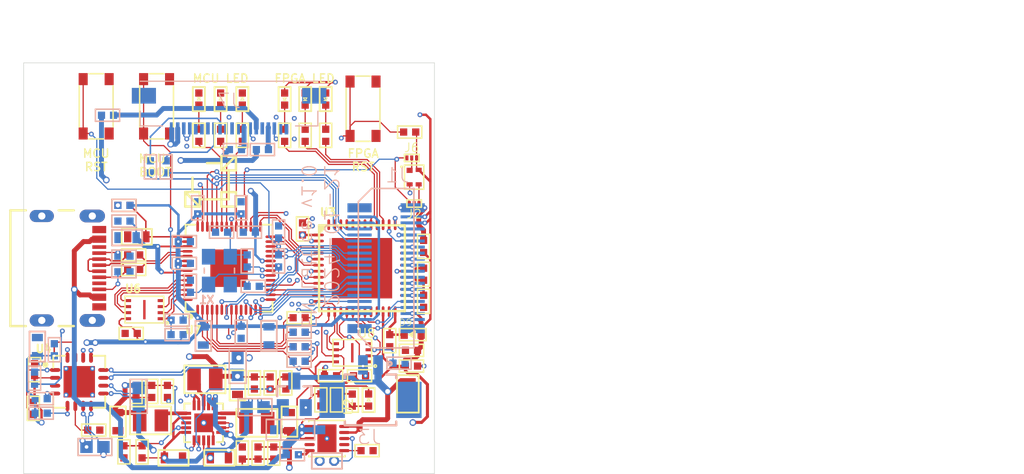
<source format=kicad_pcb>
(kicad_pcb (version 20241229) (generator "pcbnew") (generator_version "9.0")
  (layers (0 "F.Cu" signal) (4 "In1.Cu" signal) (6 "In2.Cu" signal) (2 "B.Cu" signal) (13 "F.Paste" user) (15 "B.Paste" user) (5 "F.SilkS" user "F.Silkscreen") (7 "B.SilkS" user "B.Silkscreen") (1 "F.Mask" user) (3 "B.Mask" user) (25 "Edge.Cuts" user))
  (net 0 "")
  (net 1 "USB_D_P")
  (net 2 "GND")
  (net 3 "VBAT")
  (net 4 "VBUS")
  (net 5 "VCC")
  (net 6 "N$3")
  (net 7 "N$2")
  (net 8 "N$1")
  (net 9 "N$6")
  (net 10 "N$7")
  (net 11 "VCC_3V3")
  (net 12 "VCC_MCU")
  (net 13 "RAW_VCC")
  (net 14 "N$32")
  (net 15 "N$34")
  (net 16 "USB_D_N")
  (net 17 "N$70")
  (net 18 "N$71")
  (net 19 "N$72")
  (net 20 "SWDIO")
  (net 21 "SWCLK")
  (net 22 "PIO5/UART1_RX")
  (net 23 "PIO4/UART1_TX")
  (net 24 "PIO1/SPI2FLASH_CS(SPI0)")
  (net 25 "MCU_1V1")
  (net 26 "ADC_VREF")
  (net 27 "ADC_AVDD")
  (net 28 "MCU_USB_D_N")
  (net 29 "MCU_USB_D_P")
  (net 30 "MCU_QSPI_SS")
  (net 31 "MCU_QSPI_SD0")
  (net 32 "MCU_QSPI_SD1")
  (net 33 "MCU_QSPI_SD2")
  (net 34 "MCU_QSPI_SD3")
  (net 35 "MCU_QSPI_SCLK")
  (net 36 "~{USB_BOOT}")
  (net 37 "~{MCU_RST}")
  (net 38 "N$20")
  (net 39 "N$17")
  (net 40 "N$15")
  (net 41 "PIO6/I2C1_SDA")
  (net 42 "PIO7/I2C1_SCL")
  (net 43 "PIO13/GPIO2FPGA_0")
  (net 44 "PIO14/GPIO2FPGA_1")
  (net 45 "PIO15/GPIO2FPGA_2")
  (net 46 "PIO20/FPGA_DONE")
  (net 47 "PIO16/SPI2FPGA_MISO")
  (net 48 "PIO17/SPI2FPGA_CS")
  (net 49 "PIO19/SPI2FPGA_MOSI")
  (net 50 "PIO18/SPI2FPGA_SCK")
  (net 51 "PIO0/SPI2FLASH_MISO(SPI0)")
  (net 52 "PIO2/SPI2FLASH_SCK(SPI0)")
  (net 53 "PIO3/SPI2FLASH_MOSI(SPI0)")
  (net 54 "PIO12/~{FPGA_RESET}")
  (net 55 "FPGA_LED0")
  (net 56 "FPGA_LED1")
  (net 57 "FPGA_LED2")
  (net 58 "N$19")
  (net 59 "N$35")
  (net 60 "PIO26/ADC0")
  (net 61 "PIO27/ADC1")
  (net 62 "PIO28/ADC2/UART0_TX")
  (net 63 "PIO29/ADC3/UART0_RX")
  (net 64 "PIO21/FPGA_CLK")
  (net 65 "PIO23/PWR_ON_FPGA")
  (net 66 "PIO8/SPI_MISO(SPI1)/I2C0_SDA")
  (net 67 "PIO11/SPI_MOSI/I2C1SCL")
  (net 68 "PIO9/SPI_NSS(SPI1)/I2C0_SCL")
  (net 69 "PIO10/SPI_SCK(SPI1)/I2C1SDA")
  (net 70 "PIO25/LED2")
  (net 71 "PIO24/LED1")
  (net 72 "PIO22/LED0")
  (net 73 "N$13")
  (net 74 "VCC_1V")
  (net 75 "N$8")
  (net 76 "VCC_3V3_2")
  (net 77 "N$11")
  (net 78 "N$12")
  (net 79 "N$4")
  (net 80 "N$5")
  (net 81 "N$9")
  (net 82 "N$23")
  (net 83 "FPGA_2V5")
  (net 84 "FPGA_1V_MON")
  (net 85 "N$10")
  (net 86 "FPGA_RXD")
  (net 87 "FPGA_TXD")
  (net 88 "FPGA_3V3_MON")
  (net 89 "FPGA_FLASH_SS")
  (net 90 "CLK_16M")
  (net 91 "OSC_EN")
  (net 92 "FIO_3")
  (net 93 "FIO_2")
  (net 94 "FIO_1")
  (net 95 "FIO_0")
  (net 96 "FIO_4")
  (net 97 "FIO_5")
  (net 98 "FPGA_FLASH_IO2")
  (net 99 "FPGA_FLASH_IO3")
  (net 100 "FPGA_FLASH_SCK")
  (net 101 "FPGA_FLASH_IO0")
  (net 102 "CLK_FPGA")
  (net 103 "FIO_6")
  (net 104 "FIO_7")
  (net 105 "FIO_8")
  (net 106 "FPGA_FLASH_IO1")
  (net 107 "SSB1")
  (net 108 "SSB0")
  (net 109 "LDO0")
  (net 110 "SCL")
  (net 111 "SDA")
  (net 112 "N$16")
  (net 113 "N$18")
  (net 114 "N$21")
  (footprint "TACTILE-SWITCH" (layer "F.Cu") (at 137.5011 91.6036 90)
    (property "Reference" "S1" (hide yes))
    (property "Value" "TACTILE-SWITCH" (hide yes))
  )
  (footprint "0402" (layer "F.Cu") (at 140.6011 105.1036 180)
    (property "Reference" "R42" (hide yes))
    (property "Value" "27R" (hide yes))
  )
  (footprint "0402" (layer "F.Cu") (at 164.6011 105.5036 90)
    (property "Reference" "R18" (hide yes))
    (property "Value" "100R" (hide yes))
  )
  (footprint "TACTILE-SWITCH" (layer "F.Cu") (at 159.5911 91.8036 -90)
    (property "Reference" "S3" (hide yes))
    (property "Value" "TACTILE-SWITCH" (hide yes))
  )
  (footprint "0402" (layer "F.Cu") (at 154.3011 111.5036)
    (property "Reference" "R34" (hide yes))
    (property "Value" "100R" (hide yes))
  )
  (footprint "0402" (layer "F.Cu") (at 141.3011 120.2036 -90)
    (property "Reference" "R10" (hide yes))
    (property "Value" "0R" (hide yes))
  )
  (footprint "USON8-2X3MM" (layer "F.Cu") (at 158.7011 112.0036 180)
    (property "Reference" "U8")
    (property "Value" "W25Q16JVUXIQ" (hide yes))
  )
  (footprint "0402" (layer "F.Cu") (at 132.4011 113.4036 90)
    (property "Reference" "R22" (hide yes))
    (property "Value" "10K" (hide yes))
  )
  (footprint "0402" (layer "F.Cu") (at 139.8011 120.2036 90)
    (property "Reference" "R13" (hide yes))
    (property "Value" "120K" (hide yes))
  )
  (footprint "0402" (layer "F.Cu") (at 164.6011 107.7436 -90)
    (property "Reference" "C3" (hide yes))
    (property "Value" "1uF" (hide yes))
  )
  (footprint "DFN-10(3X3X0.9)" (layer "F.Cu") (at 156.6011 119.1036)
    (property "Reference" "U2")
    (property "Value" "MCP73833T-AMI/MF" (hide yes))
  )
  (footprint "0402" (layer "F.Cu") (at 161.8011 111.0036 90)
    (property "Reference" "C34" (hide yes))
    (property "Value" "4.7uF" (hide yes))
  )
  (footprint "QFN40P700X700X100-57T310N" (layer "F.Cu") (at 148.5011 105.0036 90)
    (property "Reference" "U7")
    (property "Value" "RP2040")
  )
  (footprint "CAPC1608-0603" (layer "F.Cu") (at 153.5011 117.7036 90)
    (property "Reference" "C12" (hide yes))
    (property "Value" "10uF" (hide yes))
  )
  (footprint "dummyfp0" (layer "F.Cu") (at 134.0011 90.5036)
    (property "Reference" "UNK_HOLE_0" (hide yes))
    (property "Value" "")
  )
  (footprint "dummyfp1" (layer "F.Cu") (at 134.0011 119.5036)
    (property "Reference" "UNK_HOLE_1" (hide yes))
    (property "Value" "")
  )
  (footprint "USON8-2X3MM" (layer "F.Cu") (at 141.4911 108.4336 180)
    (property "Reference" "U6")
    (property "Value" "W25Q16JVUXIQ" (hide yes))
  )
  (footprint "0402" (layer "F.Cu") (at 153.1011 91.0036 -90)
    (property "Reference" "D8" (hide yes))
    (property "Value" "red" (hide yes))
  )
  (footprint "0402" (layer "F.Cu") (at 143.4011 115.2036 -90)
    (property "Reference" "R12" (hide yes))
    (property "Value" "57.6K" (hide yes))
  )
  (footprint "0402" (layer "F.Cu") (at 159.9241 120.1036)
    (property "Reference" "R5" (hide yes))
    (property "Value" "2K" (hide yes))
  )
  (footprint "0805" (layer "F.Cu") (at 163.3011 115.4036 -90)
    (property "Reference" "C2" (hide yes))
    (property "Value" "0.1uF" (hide yes))
  )
  (footprint "0402" (layer "F.Cu") (at 137.3011 118.4036 180)
    (property "Reference" "R30" (hide yes))
    (property "Value" "499R" (hide yes))
  )
  (footprint "CAPC1608-0603" (layer "F.Cu") (at 140.8626 102.4036 180)
    (property "Reference" "C28" (hide yes))
    (property "Value" "4.7uF" (hide yes))
  )
  (footprint "0402" (layer "F.Cu") (at 160.0511 115.9151 90)
    (property "Reference" "D2" (hide yes))
    (property "Value" "green" (hide yes))
  )
  (footprint "QFN48" (layer "F.Cu") (at 159.5011 105.0036)
    (property "Reference" "U3")
    (property "Value" "ICE40UP50K" (hide yes))
  )
  (footprint "INDC2016X120N" (layer "F.Cu") (at 150.8011 117.8036 180)
    (property "Reference" "L3" (hide yes))
    (property "Value" "2.2uH(MLP2016H2R2MT0S1)")
  )
  (footprint "0402" (layer "F.Cu") (at 152.2011 120.3036 -90)
    (property "Reference" "C11" (hide yes))
    (property "Value" "2.7pF" (hide yes))
  )
  (footprint "0402" (layer "F.Cu") (at 147.8011 94.0036 90)
    (property "Reference" "R38" (hide yes))
    (property "Value" "499R" (hide yes))
  )
  (footprint "0402" (layer "F.Cu") (at 149.6011 91.0036 90)
    (property "Reference" "D3" (hide yes))
    (property "Value" "red" (hide yes))
  )
  (footprint "INDC2016X120N" (layer "F.Cu") (at 146.5011 114.2036)
    (property "Reference" "L1" (hide yes))
    (property "Value" "1.5uH(MLP2016H1R5MT0S1)")
  )
  (footprint "0402" (layer "F.Cu") (at 154.3011 109.1036)
    (property "Reference" "R31" (hide yes))
    (property "Value" "100R" (hide yes))
  )
  (footprint "CAPC1608-0603" (layer "F.Cu") (at 147.7011 120.7036 180)
    (property "Reference" "C6" (hide yes))
    (property "Value" "0.1uF" (hide yes))
  )
  (footprint "0402" (layer "F.Cu") (at 154.3011 112.7036)
    (property "Reference" "R29" (hide yes))
    (property "Value" "100R" (hide yes))
  )
  (footprint "CAPC1608-0603" (layer "F.Cu") (at 143.9011 120.7036)
    (property "Reference" "C5" (hide yes))
    (property "Value" "0.1uF" (hide yes))
  )
  (footprint "0402" (layer "F.Cu") (at 154.3011 110.3036)
    (property "Reference" "R33" (hide yes))
    (property "Value" "100R" (hide yes))
  )
  (footprint "0402" (layer "F.Cu") (at 156.1011 115.9036 -90)
    (property "Reference" "R4" (hide yes))
    (property "Value" "10K" (hide yes))
  )
  (footprint "0402" (layer "F.Cu") (at 157.389987 115.9036 -90)
    (property "Reference" "R3" (hide yes))
    (property "Value" "10K" (hide yes))
  )
  (footprint "UQFN-16(4×4×0.5MM)" (layer "F.Cu") (at 136.1011 114.4036)
    (property "Reference" "U4")
    (property "Value" "PAC1934" (hide yes))
  )
  (footprint "TACTILE-SWITCH" (layer "F.Cu") (at 142.5011 91.6036 -90)
    (property "Reference" "S2" (hide yes))
    (property "Value" "TACTILE-SWITCH" (hide yes))
  )
  (footprint "CAPC1608-0603" (layer "F.Cu") (at 149.2011 114.7036 90)
    (property "Reference" "C8" (hide yes))
    (property "Value" "10uF" (hide yes))
  )
  (footprint "0402" (layer "F.Cu") (at 163.6011 111.8036)
    (property "Reference" "C35" (hide yes))
    (property "Value" "0.1uF" (hide yes))
  )
  (footprint "0402" (layer "F.Cu") (at 142.1011 115.2036 90)
    (property "Reference" "C9" (hide yes))
    (property "Value" "2.7pF" (hide yes))
  )
  (footprint "0402" (layer "F.Cu") (at 140.4011 110.4036 180)
    (property "Reference" "C30" (hide yes))
    (property "Value" "0.1uF" (hide yes))
  )
  (footprint "0402" (layer "F.Cu") (at 156.5011 94.0036 90)
    (property "Reference" "R63" (hide yes))
    (property "Value" "499R" (hide yes))
  )
  (footprint "0402" (layer "F.Cu") (at 163.6011 113.1036)
    (property "Reference" "C16" (hide yes))
    (property "Value" "1uF" (hide yes))
  )
  (footprint "dummyfp2" (layer "F.Cu") (at 163.0011 90.5036)
    (property "Reference" "UNK_HOLE_2" (hide yes))
    (property "Value" "")
  )
  (footprint "0402" (layer "F.Cu") (at 154.5811 101.7536 90)
    (property "Reference" "C15" (hide yes))
    (property "Value" "1uF" (hide yes))
  )
  (footprint "0402" (layer "F.Cu") (at 150.6011 114.5036 -90)
    (property "Reference" "R8" (hide yes))
    (property "Value" "30K" (hide yes))
  )
  (footprint "0402" (layer "F.Cu") (at 149.6011 94.0036 90)
    (property "Reference" "R36" (hide yes))
    (property "Value" "499R" (hide yes))
  )
  (footprint "0402" (layer "F.Cu") (at 153.1011 94.0036 90)
    (property "Reference" "R67" (hide yes))
    (property "Value" "499R" (hide yes))
  )
  (footprint "0402" (layer "F.Cu") (at 156.5011 91.0036 -90)
    (property "Reference" "D6" (hide yes))
    (property "Value" "red" (hide yes))
  )
  (footprint "0402" (layer "F.Cu") (at 151.9011 114.5036 -90)
    (property "Reference" "C7" (hide yes))
    (property "Value" "6.8pF" (hide yes))
  )
  (footprint "JUMPER3_SMT_SMALL" (layer "F.Cu") (at 163.6211 95.8736 180)
    (property "Reference" "J6")
    (property "Value" "JUMPER3" (hide yes))
  )
  (footprint "0402" (layer "F.Cu") (at 159.3011 113.9036)
    (property "Reference" "C33" (hide yes))
    (property "Value" "0.1uF" (hide yes))
  )
  (footprint "0402" (layer "F.Cu") (at 146.0011 94.0036 90)
    (property "Reference" "R40" (hide yes))
    (property "Value" "499R" (hide yes))
  )
  (footprint "GCT_USB4105-GF-A" (layer "F.Cu") (at 133.0011 105.0036 -90)
    (property "Reference" "J4" (hide yes))
    (property "Value" "USB4105-GF-A")
  )
  (footprint "0402" (layer "F.Cu") (at 154.8011 91.0036 -90)
    (property "Reference" "D7" (hide yes))
    (property "Value" "red" (hide yes))
  )
  (footprint "0402" (layer "F.Cu") (at 140.8011 115.2036 90)
    (property "Reference" "R11" (hide yes))
    (property "Value" "180K" (hide yes))
  )
  (footprint "0402" (layer "F.Cu") (at 150.9011 120.3036 -90)
    (property "Reference" "R14" (hide yes))
    (property "Value" "180K" (hide yes))
  )
  (footprint "JUMPER3_SMT_SMALL" (layer "F.Cu") (at 163.8211 99.6536)
    (property "Reference" "J2")
    (property "Value" "JUMPER3" (hide yes))
  )
  (footprint "dummyfp3" (layer "F.Cu") (at 163.0011 119.5036)
    (property "Reference" "UNK_HOLE_3" (hide yes))
    (property "Value" "")
  )
  (footprint "0402" (layer "F.Cu") (at 158.7011 115.9266 -90)
    (property "Reference" "R6" (hide yes))
    (property "Value" "1K" (hide yes))
  )
  (footprint "0402" (layer "F.Cu") (at 146.0011 91.0036 90)
    (property "Reference" "D5" (hide yes))
    (property "Value" "red" (hide yes))
  )
  (footprint "1.6X1.2_OSC" (layer "F.Cu") (at 163.8211 97.4636 -90)
    (property "Reference" "X2" (hide yes))
    (property "Value" "DSC6001H" (hide yes))
  )
  (footprint "0402" (layer "F.Cu") (at 149.6011 120.3036 90)
    (property "Reference" "R15" (hide yes))
    (property "Value" "57.6K" (hide yes))
  )
  (footprint "CAPC1608-0603" (layer "F.Cu") (at 139.3011 117.7036 -90)
    (property "Reference" "C10" (hide yes))
    (property "Value" "10uF" (hide yes))
  )
  (footprint "0402" (layer "F.Cu") (at 156.9011 113.9036 180)
    (property "Reference" "R47" (hide yes))
    (property "Value" "10K" (hide yes))
  )
  (footprint "0402" (layer "F.Cu") (at 139.8011 99.8036 180)
    (property "Reference" "R41" (hide yes))
    (property "Value" "1R" (hide yes))
  )
  (footprint "0402" (layer "F.Cu") (at 163.4511 93.7336)
    (property "Reference" "R21" (hide yes))
    (property "Value" "10K" (hide yes))
  )
  (footprint "0402" (layer "F.Cu") (at 147.8011 91.0036 90)
    (property "Reference" "D4" (hide yes))
    (property "Value" "red" (hide yes))
  )
  (footprint "0402" (layer "F.Cu") (at 154.8011 94.0036 90)
    (property "Reference" "R64" (hide yes))
    (property "Value" "499R" (hide yes))
  )
  (footprint "QFN40P300X300X80-21N" (layer "F.Cu") (at 146.4011 117.8036)
    (property "Reference" "U1" (hide yes))
    (property "Value" "LTC3569EUDPBF" (hide yes))
  )
  (footprint "0402" (layer "F.Cu") (at 132.3011 116.6036 -90)
    (property "Reference" "R24" (hide yes))
    (property "Value" "10K" (hide yes))
  )
  (footprint "INDC2016X120N" (layer "F.Cu") (at 142.0011 117.6036 180)
    (property "Reference" "L2" (hide yes))
    (property "Value" "2.2uH(MLP2016H2R2MT0S1)")
  )
  (footprint "0402" (layer "F.Cu") (at 140.6011 103.9036 180)
    (property "Reference" "R43" (hide yes))
    (property "Value" "27R" (hide yes))
  )
  (footprint "0402" (layer "F.Cu") (at 153.2011 114.5036 -90)
    (property "Reference" "R9" (hide yes))
    (property "Value" "120K" (hide yes))
  )
  (footprint "0402" (layer "F.Cu") (at 164.6011 103.2036 90)
    (property "Reference" "C4" (hide yes))
    (property "Value" "1uF" (hide yes))
  )
  (footprint "SOD523" (layer "F.Cu") (at 163.7011 110.5036)
    (property "Reference" "D9")
    (property "Value" "1N4148WT-7" (hide yes))
  )
  (footprint "0603" (layer "B.Cu") (at 137.4011 119.8036)
    (property "Reference" "R20" (hide yes))
    (property "Value" "0.82R" (hide yes))
  )
  (footprint "0402" (layer "B.Cu") (at 151.2611 95.1836)
    (property "Reference" "R50" (hide yes))
    (property "Value" "0R" (hide yes))
  )
  (footprint "0603" (layer "B.Cu") (at 149.2111 113.1336 -90)
    (property "Reference" "R16" (hide yes))
    (property "Value" "0.82R" (hide yes))
  )
  (footprint "0402" (layer "B.Cu") (at 154.3011 112.7036)
    (property "Reference" "R26" (hide yes))
    (property "Value" "10K" (hide yes))
  )
  (footprint "CAPC1608-0603" (layer "B.Cu") (at 132.634437 111.4936 90)
    (property "Reference" "C13" (hide yes))
    (property "Value" "4.7uF" (hide yes))
  )
  (footprint "0402" (layer "B.Cu") (at 145.9011 100.0036 90)
    (property "Reference" "C19" (hide yes))
    (property "Value" "0.1uF" (hide yes))
  )
  (footprint "0402" (layer "B.Cu") (at 132.4011 114.1036 90)
    (property "Reference" "R27" (hide yes))
    (property "Value" "0R" (hide yes))
  )
  (footprint "0402" (layer "B.Cu") (at 152.6011 104.4036 -90)
    (property "Reference" "R39" (hide yes))
    (property "Value" "499R" (hide yes))
  )
  (footprint "0402" (layer "B.Cu") (at 149.0311 95.1836)
    (property "Reference" "R51" (hide yes))
    (property "Value" "0R" (hide yes))
  )
  (footprint "CAPC1608-0603" (layer "B.Cu") (at 151.8011 110.6036 -90)
    (property "Reference" "C29" (hide yes))
    (property "Value" "4.7uF" (hide yes))
  )
  (footprint "THT_2" (layer "B.Cu") (at 156.6011 120.9536)
    (property "Reference" "R7" (hide yes))
    (property "Value" "NTCLE413E2103H400" (hide yes))
  )
  (footprint "0402" (layer "B.Cu") (at 139.8011 99.8036)
    (property "Reference" "R37" (hide yes))
    (property "Value" "200R" (hide yes))
  )
  (footprint "0402" (layer "B.Cu") (at 153.7426 120.4436 180)
    (property "Reference" "C1" (hide yes))
    (property "Value" "0.1uF" (hide yes))
  )
  (footprint "0402" (layer "B.Cu") (at 132.9511 117.0036)
    (property "Reference" "R35" (hide yes))
    (property "Value" "4.7K" (hide yes))
  )
  (footprint "0402" (layer "B.Cu") (at 162.5711 112.8636)
    (property "Reference" "R28" (hide yes))
    (property "Value" "10K" (hide yes))
  )
  (footprint "0402" (layer "B.Cu") (at 145.3011 106.5036 90)
    (property "Reference" "C31" (hide yes))
    (property "Value" "20pF" (hide yes))
  )
  (footprint "0402" (layer "B.Cu") (at 144.8011 102.8036 180)
    (property "Reference" "C18" (hide yes))
    (property "Value" "0.1uF" (hide yes))
  )
  (footprint "SOD-123" (layer "B.Cu") (at 154.1811 118.3736)
    (property "Reference" "D1" (hide yes))
    (property "Value" "DIODEB5817W" (hide yes))
  )
  (footprint "CAPC1608-0603" (layer "B.Cu") (at 140.0626 102.4736 180)
    (property "Reference" "C25" (hide yes))
    (property "Value" "4.7uF" (hide yes))
  )
  (footprint "0402" (layer "B.Cu") (at 150.1811 102.0236)
    (property "Reference" "C26" (hide yes))
    (property "Value" "0.1uF" (hide yes))
  )
  (footprint "SSOT-3_402" (layer "B.Cu") (at 153.9011 115.4401 180)
    (property "Reference" "Q1" (hide yes))
    (property "Value" "FDN302P")
  )
  (footprint "0402" (layer "B.Cu") (at 143.2911 96.6136 90)
    (property "Reference" "R53" (hide yes))
    (property "Value" "0R" (hide yes))
  )
  (footprint "0402" (layer "B.Cu") (at 144.2011 110.5036)
    (property "Reference" "R44" (hide yes))
    (property "Value" "10K" (hide yes))
  )
  (footprint "CAPC1608-0603" (layer "B.Cu") (at 146.3711 110.6136 -90)
    (property "Reference" "C17" (hide yes))
    (property "Value" "4.7uF" (hide yes))
  )
  (footprint "0402" (layer "B.Cu") (at 144.8011 104.6036)
    (property "Reference" "C22" (hide yes))
    (property "Value" "0.1uF" (hide yes))
  )
  (footprint "0402" (layer "B.Cu") (at 147.8811 102.0236 180)
    (property "Reference" "C32" (hide yes))
    (property "Value" "20pF" (hide yes))
  )
  (footprint "0402" (layer "B.Cu") (at 139.8011 101.1036 180)
    (property "Reference" "C24" (hide yes))
    (property "Value" "0.1uF" (hide yes))
  )
  (footprint "0402" (layer "B.Cu") (at 139.8011 104.0036)
    (property "Reference" "R1" (hide yes))
    (property "Value" "5K" (hide yes))
  )
  (footprint "0402" (layer "B.Cu") (at 149.5011 100.0036 90)
    (property "Reference" "C23" (hide yes))
    (property "Value" "0.1uF" (hide yes))
  )
  (footprint "0402" (layer "B.Cu") (at 154.3011 110.3036 180)
    (property "Reference" "R23" (hide yes))
    (property "Value" "10K" (hide yes))
  )
  (footprint "3.2X2.5_OSC" (layer "B.Cu") (at 147.7011 105.2036 90)
    (property "Reference" "X1")
    (property "Value" "12MHz" (hide yes))
  )
  (footprint "5052782033" (layer "B.Cu") (at 148.5011 91.0036)
    (property "Reference" "J7")
    (property "Value" "505278-2033")
  )
  (footprint "0402" (layer "B.Cu") (at 141.9911 96.6136 90)
    (property "Reference" "R52" (hide yes))
    (property "Value" "0R" (hide yes))
  )
  (footprint "0402" (layer "B.Cu") (at 154.3011 111.5036 180)
    (property "Reference" "R25" (hide yes))
    (property "Value" "10K" (hide yes))
  )
  (footprint "0402" (layer "B.Cu") (at 150.0011 104.4036 90)
    (property "Reference" "R46" (hide yes))
    (property "Value" "1K" (hide yes))
  )
  (footprint "0402" (layer "B.Cu") (at 138.4411 92.3436)
    (property "Reference" "R49" (hide yes))
    (property "Value" "0R" (hide yes))
  )
  (footprint "0603" (layer "B.Cu") (at 141.0211 115.6136 90)
    (property "Reference" "R17" (hide yes))
    (property "Value" "0.82R" (hide yes))
  )
  (footprint "0402" (layer "B.Cu") (at 134.041106 111.7536 90)
    (property "Reference" "C14" (hide yes))
    (property "Value" "0.1uF" (hide yes))
  )
  (footprint "0402" (layer "B.Cu") (at 149.5011 110.3036 -90)
    (property "Reference" "C21" (hide yes))
    (property "Value" "0.1uF" (hide yes))
  )
  (footprint "MOLEX_53261-0271" (layer "B.Cu") (at 160.2111 115.9036 180)
    (property "Reference" "J3")
    (property "Value" "53261-0271")
  )
  (footprint "P5KS_40PIN_SOCKET" (layer "B.Cu") (at 161.5011 105.0036 180)
    (property "Reference" "J1")
    (property "Value" "P5KS_40PINSOCKET" (hide yes))
  )
  (footprint "0402" (layer "B.Cu") (at 139.8011 105.3036 180)
    (property "Reference" "R2" (hide yes))
    (property "Value" "5K" (hide yes))
  )
  (footprint "0402" (layer "B.Cu") (at 152.6011 102.0036 90)
    (property "Reference" "C27" (hide yes))
    (property "Value" "0.1uF" (hide yes))
  )
  (footprint "0402" (layer "B.Cu") (at 132.9511 115.8036)
    (property "Reference" "R32" (hide yes))
    (property "Value" "4.7K" (hide yes))
  )
  (footprint "0603" (layer "B.Cu") (at 150.6511 116.5036)
    (property "Reference" "R19" (hide yes))
    (property "Value" "0.82R" (hide yes))
  )
  (footprint "0402" (layer "B.Cu") (at 144.2011 109.3036 180)
    (property "Reference" "R45" (hide yes))
    (property "Value" "2K" (hide yes))
  )
  (footprint "0402" (layer "B.Cu") (at 150.5011 106.5036 180)
    (property "Reference" "C20" (hide yes))
    (property "Value" "0.1uF" (hide yes))
  )
  (gr_line (start 146.0711 99.9036) (end 146.0711 99.3036) (stroke (width 0.2)) (layer "F.SilkS"))
  (gr_line (start 149.0711 96.9036) (end 149.0711 95.7036) (stroke (width 0.2)) (layer "F.SilkS"))
  (gr_line (start 148.4711 98.7036) (end 147.8711 98.7036) (stroke (width 0.2)) (layer "F.SilkS"))
  (gr_line (start 147.8711 99.9036) (end 149.0711 99.9036) (stroke (width 0.2)) (layer "F.SilkS"))
  (gr_line (start 149.0711 98.7036) (end 148.4711 98.7036) (stroke (width 0.2)) (layer "F.SilkS"))
  (gr_line (start 147.8711 96.3036) (end 146.6711 96.3036) (stroke (width 0.2)) (layer "F.SilkS"))
  (gr_line (start 144.8711 99.9036) (end 146.0711 99.9036) (stroke (width 0.2)) (layer "F.SilkS"))
  (gr_line (start 147.8711 96.3036) (end 147.8711 96.9036) (stroke (width 0.2)) (layer "F.SilkS"))
  (gr_line (start 147.8711 95.7036) (end 147.8711 96.3036) (stroke (width 0.2)) (layer "F.SilkS"))
  (gr_line (start 148.4711 98.7036) (end 148.4711 96.9036) (stroke (width 0.2)) (layer "F.SilkS"))
  (gr_line (start 145.4711 98.7036) (end 144.8711 98.7036) (stroke (width 0.2)) (layer "F.SilkS"))
  (gr_line (start 147.9111 99.3036) (end 148.4711 99.3036) (stroke (width 0.2)) (layer "F.SilkS"))
  (gr_line (start 144.8711 98.7036) (end 146.0711 99.9036) (stroke (width 0.2)) (layer "F.SilkS"))
  (gr_line (start 146.0711 99.3036) (end 147.8711 99.3036) (stroke (width 0.2)) (layer "F.SilkS"))
  (gr_line (start 148.4711 99.3036) (end 148.4711 98.7036) (stroke (width 0.2)) (layer "F.SilkS"))
  (gr_line (start 148.4711 96.9036) (end 149.0711 96.9036) (stroke (width 0.2)) (layer "F.SilkS"))
  (gr_line (start 145.4711 97.5036) (end 145.4711 98.7036) (stroke (width 0.2)) (layer "F.SilkS"))
  (gr_line (start 147.8711 96.9036) (end 148.4711 96.9036) (stroke (width 0.2)) (layer "F.SilkS"))
  (gr_line (start 146.0711 98.7036) (end 145.4711 98.7036) (stroke (width 0.2)) (layer "F.SilkS"))
  (gr_line (start 149.0711 95.7036) (end 147.8711 96.9036) (stroke (width 0.2)) (layer "F.SilkS"))
  (gr_line (start 149.0711 99.9036) (end 149.0711 98.7036) (stroke (width 0.2)) (layer "F.SilkS"))
  (gr_line (start 147.8711 99.3036) (end 147.8711 99.9036) (stroke (width 0.2)) (layer "F.SilkS"))
  (gr_line (start 147.8711 98.7036) (end 147.8711 99.3036) (stroke (width 0.2)) (layer "F.SilkS"))
  (gr_line (start 149.0711 95.7036) (end 147.8711 95.7036) (stroke (width 0.2)) (layer "F.SilkS"))
  (gr_line (start 144.8711 98.7036) (end 144.8711 99.9036) (stroke (width 0.2)) (layer "F.SilkS"))
  (gr_line (start 146.0711 99.3036) (end 146.0711 98.7036) (stroke (width 0.2)) (layer "F.SilkS"))
  (gr_line (start 131.5011 122.0036) (end 165.5011 122.0036) (stroke (width 0.05)) (layer "Edge.Cuts"))
  (gr_line (start 165.5011 88.0036) (end 131.5011 88.0036) (stroke (width 0.05)) (layer "Edge.Cuts"))
  (gr_line (start 131.5011 88.0036) (end 131.5011 122.0036) (stroke (width 0.05)) (layer "Edge.Cuts"))
  (gr_line (start 165.5011 122.0036) (end 165.5011 88.0036) (stroke (width 0.05)) (layer "Edge.Cuts"))
  (gr_text "MCU LED" (at 147.8011 89.7036 0) (layer "F.SilkS") (effects (font (size 0.69088 0.69088) (thickness 0.12192)) (justify bottom)))
  (gr_text "MCU \nBOOT" (at 142.4011 97.452147 0) (layer "F.SilkS") (effects (font (size 0.69088 0.69088) (thickness 0.12192)) (justify bottom)))
  (gr_text "FPGA LED" (at 154.7511 89.7036 0) (layer "F.SilkS") (effects (font (size 0.69088 0.69088) (thickness 0.12192)) (justify bottom)))
  (gr_text "MCU\nRST" (at 137.5011 95.1036 0) (layer "F.SilkS") (effects (font (size 0.69088 0.69088) (thickness 0.12192)) (justify top)))
  (gr_text "FPGA\nRST" (at 159.6011 95.1036 0) (layer "F.SilkS") (effects (font (size 0.69088 0.69088) (thickness 0.12192)) (justify top)))
  (gr_text "2024-01-21\nEN Lattice v1.0" (at 157.6411 96.3136 -90) (layer "B.SilkS") (effects (font (size 1.1684 1.1684) (thickness 0.1016)) (justify right top mirror)))
  (segment (start 137.7561 104.7536) (end 138.5851 104.7536) (width 0.127) (layer "F.Cu") (net 1))
  (segment (start 139.6146 104.6171) (end 138.7216 104.6171) (width 0.127) (layer "F.Cu") (net 1))
  (segment (start 139.4511 105.7536) (end 140.1011 105.1036) (width 0.127) (layer "F.Cu") (net 1))
  (segment (start 138.7216 104.6171) (end 138.5851 104.7536) (width 0.127) (layer "F.Cu") (net 1))
  (segment (start 140.1011 105.1036) (end 139.6146 104.6171) (width 0.127) (layer "F.Cu") (net 1))
  (segment (start 137.7561 105.7536) (end 139.4511 105.7536) (width 0.127) (layer "F.Cu") (net 1))
  (segment (start 164.1979 100.545163) (end 164.1979 101.462038) (width 0.4064) (layer "F.Cu") (net 2))
  (segment (start 159.5861 113.1044) (end 159.8011 113.3194) (width 0.4064) (layer "F.Cu") (net 2))
  (segment (start 156.4011 113.9036) (end 156.4011 113.3036) (width 0.4064) (layer "F.Cu") (net 2))
  (segment (start 145.9947 115.8372) (end 145.6137 115.4562) (width 0.2) (layer "F.Cu") (net 2))
  (segment (start 147.1885 118.591) (end 146.4011 117.8036) (width 0.1524) (layer "F.Cu") (net 2))
  (segment (start 143.4011 115.7036) (end 143.5011 115.8036) (width 0.1016) (layer "F.Cu") (net 2))
  (segment (start 145.6137 115.6162) (end 145.6137 115.4562) (width 0.2) (layer "F.Cu") (net 2))
  (segment (start 143.5011 115.8036) (end 143.5011 116.0036) (width 0.1016) (layer "F.Cu") (net 2))
  (segment (start 164.6011 101.865238) (end 164.6011 102.7036) (width 0.4064) (layer "F.Cu") (net 2))
  (segment (start 164.1011 113.1036) (end 164.6411 113.1036) (width 0.2) (layer "F.Cu") (net 2))
  (segment (start 147.1885 119.2514) (end 147.1885 118.691) (width 0.15) (layer "F.Cu") (net 2))
  (segment (start 154.8661 120.4036) (end 154.3011 120.4036) (width 0.2) (layer "F.Cu") (net 2))
  (segment (start 145.6137 116.3558) (end 145.6137 115.6162) (width 0.2) (layer "F.Cu") (net 2))
  (segment (start 163.4461 98.7386) (end 163.4461 98.0636) (width 0.1016) (layer "F.Cu") (net 2))
  (segment (start 155.0011 101.5036) (end 154.6661 101.1686) (width 0.1016) (layer "F.Cu") (net 2))
  (segment (start 145.9947 116.3558) (end 145.9947 115.8372) (width 0.2) (layer "F.Cu") (net 2))
  (segment (start 163.4811 98.7736) (end 163.4461 98.7386) (width 0.1016) (layer "F.Cu") (net 2))
  (segment (start 145.6137 115.6162) (end 145.5011 115.5036) (width 0.2) (layer "F.Cu") (net 2))
  (segment (start 156.6011 119.1036) (end 156.658681 119.046019) (width 0.1016) (layer "F.Cu") (net 2))
  (segment (start 154.6661 101.1686) (end 154.9311 100.9036) (width 0.1016) (layer "F.Cu") (net 2))
  (segment (start 154.5811 101.2536) (end 154.6661 101.1686) (width 0.1016) (layer "F.Cu") (net 2))
  (segment (start 159.8011 113.3194) (end 159.8011 113.9036) (width 0.4064) (layer "F.Cu") (net 2))
  (segment (start 164.7011 100.0036) (end 164.7011 100.041963) (width 0.4064) (layer "F.Cu") (net 2))
  (segment (start 156.6011 119.1036) (end 156.6011 118.5636) (width 0.1016) (layer "F.Cu") (net 2))
  (segment (start 154.9311 100.9036) (end 155.4011 100.9036) (width 0.1016) (layer "F.Cu") (net 2))
  (segment (start 155.4011 101.5036) (end 155.0011 101.5036) (width 0.1016) (layer "F.Cu") (net 2))
  (segment (start 164.1979 101.462038) (end 164.6011 101.865238) (width 0.4064) (layer "F.Cu") (net 2))
  (segment (start 147.1885 118.691) (end 147.1885 118.591) (width 0.1524) (layer "F.Cu") (net 2))
  (segment (start 156.4011 113.3036) (end 156.5011 113.2036) (width 0.4064) (layer "F.Cu") (net 2))
  (segment (start 164.7011 100.041963) (end 164.1979 100.545163) (width 0.4064) (layer "F.Cu") (net 2))
  (segment (start 155.1661 120.1036) (end 154.8661 120.4036) (width 0.2) (layer "F.Cu") (net 2))
  (via (at 155.4011 100.9036) (size 0.4) (drill 0.2) (layers "F.Cu" "B.Cu") (net 2))
  (via (at 152.7011 109.1036) (size 0.4) (drill 0.2) (layers "F.Cu" "B.Cu") (net 2))
  (via (at 152.4011 92.5036) (size 0.4) (drill 0.2) (layers "F.Cu" "B.Cu") (net 2))
  (via (at 137.1911 113.3136) (size 0.4) (drill 0.2) (layers "F.Cu" "B.Cu") (net 2))
  (via (at 144.5011 116.0036) (size 0.4) (drill 0.2) (layers "F.Cu" "B.Cu") (net 2))
  (via (at 156.6011 119.1036) (size 0.4) (drill 0.2) (layers "F.Cu" "B.Cu") (net 2))
  (via (at 135.0111 113.3136) (size 0.4) (drill 0.2) (layers "F.Cu" "B.Cu") (net 2))
  (via (at 137.1911 115.4936) (size 0.4) (drill 0.2) (layers "F.Cu" "B.Cu") (net 2))
  (via (at 146.9505 120.7036) (size 0.55) (drill 0.35) (layers "F.Cu" "B.Cu") (net 2))
  (via (at 150.0011 106.1036) (size 0.4) (drill 0.2) (layers "F.Cu" "B.Cu") (net 2))
  (via (at 146.4011 117.8036) (size 0.5) (drill 0.3) (layers "F.Cu" "B.Cu") (net 2))
  (via (at 159.8011 113.9036) (size 0.4) (drill 0.2) (layers "F.Cu" "B.Cu") (net 2))
  (via (at 153.7011 107.9836) (size 0.4) (drill 0.2) (layers "F.Cu" "B.Cu") (net 2))
  (via (at 159.2011 110.0036) (size 0.4) (drill 0.2) (layers "F.Cu" "B.Cu") (net 2))
  (via (at 156.5011 113.2036) (size 0.4) (drill 0.2) (layers "F.Cu" "B.Cu") (net 2))
  (via (at 143.5011 116.0036) (size 0.4) (drill 0.2) (layers "F.Cu" "B.Cu") (net 2))
  (via (at 153.5011 106.0036) (size 0.4) (drill 0.2) (layers "F.Cu" "B.Cu") (net 2))
  (via (at 153.5011 105.0036) (size 0.4) (drill 0.2) (layers "F.Cu" "B.Cu") (net 2))
  (via (at 164.7011 100.0036) (size 0.4) (drill 0.2) (layers "F.Cu" "B.Cu") (net 2))
  (via (at 148.5011 92.5036) (size 0.4) (drill 0.2) (layers "F.Cu" "B.Cu") (net 2))
  (via (at 145.0011 94.3036) (size 0.4) (drill 0.2) (layers "F.Cu" "B.Cu") (net 2))
  (via (at 135.0111 115.4936) (size 0.4) (drill 0.2) (layers "F.Cu" "B.Cu") (net 2))
  (via (at 153.9011 92.6036) (size 0.4) (drill 0.2) (layers "F.Cu" "B.Cu") (net 2))
  (via (at 162.7011 100.0036) (size 0.4) (drill 0.2) (layers "F.Cu" "B.Cu") (net 2))
  (via (at 153.9011 94.3036) (size 0.4) (drill 0.2) (layers "F.Cu" "B.Cu") (net 2))
  (via (at 155.4011 101.5036) (size 0.4) (drill 0.2) (layers "F.Cu" "B.Cu") (net 2))
  (via (at 163.4811 98.7736) (size 0.4) (drill 0.2) (layers "F.Cu" "B.Cu") (net 2))
  (via (at 145.5011 115.5036) (size 0.4) (drill 0.2) (layers "F.Cu" "B.Cu") (net 2))
  (via (at 148.0011 119.5036) (size 0.4) (drill 0.2) (layers "F.Cu" "B.Cu") (net 2))
  (via (at 150.5011 94.3036) (size 0.4) (drill 0.2) (layers "F.Cu" "B.Cu") (net 2))
  (via (at 164.6411 113.1036) (size 0.4) (drill 0.2) (layers "F.Cu" "B.Cu") (net 2))
  (via (at 145.0011 94.9036) (size 0.4) (drill 0.2) (layers "F.Cu" "B.Cu") (net 2))
  (via (at 145.0011 115.5036) (size 0.4) (drill 0.2) (layers "F.Cu" "B.Cu") (net 2))
  (via (at 154.3011 120.4036) (size 0.4) (drill 0.2) (layers "F.Cu" "B.Cu") (net 2))
  (via (at 152.4011 94.3036) (size 0.4) (drill 0.2) (layers "F.Cu" "B.Cu") (net 2))
  (via (at 159.5861 113.1044) (size 0.4) (drill 0.2) (layers "F.Cu" "B.Cu") (net 2))
  (segment (start 152.2511 94.1536) (end 152.2511 93.4286) (width 0.1016) (layer "B.Cu") (net 2))
  (segment (start 144.7511 94.0536) (end 144.7511 93.4286) (width 0.1016) (layer "B.Cu") (net 2))
  (segment (start 154.2426 120.4436) (end 154.3411 120.4436) (width 0.2) (layer "B.Cu") (net 2))
  (segment (start 145.0011 94.3036) (end 144.7511 94.0536) (width 0.1016) (layer "B.Cu") (net 2))
  (segment (start 152.4011 94.3036) (end 152.2511 94.1536) (width 0.1016) (layer "B.Cu") (net 2))
  (segment (start 145.0011 94.3036) (end 145.2511 94.0536) (width 0.1016) (layer "B.Cu") (net 2))
  (segment (start 150.2511 94.0536) (end 150.2511 93.4286) (width 0.1016) (layer "B.Cu") (net 2))
  (segment (start 154.3411 120.4436) (end 154.3011 120.4036) (width 0.2) (layer "B.Cu") (net 2))
  (segment (start 150.0011 106.5036) (end 150.0011 106.1036) (width 0.2) (layer "B.Cu") (net 2))
  (segment (start 150.5011 94.3036) (end 150.2511 94.0536) (width 0.1016) (layer "B.Cu") (net 2))
  (segment (start 159.5861 113.0036) (end 159.5861 113.1044) (width 0.4064) (layer "B.Cu") (net 2))
  (segment (start 145.2511 94.0536) (end 145.2511 93.4286) (width 0.1016) (layer "B.Cu") (net 2))
  (segment (start 161.5211 117.5436) (end 161.6311 117.4336) (width 0.4064) (layer "F.Cu") (net 3))
  (segment (start 159.3011 117.8036) (end 159.5611 117.5436) (width 0.4064) (layer "F.Cu") (net 3))
  (segment (start 162.6011 114.4536) (end 161.8511 115.2036) (width 0.4064) (layer "F.Cu") (net 3))
  (segment (start 159.5611 117.5436) (end 161.5211 117.5436) (width 0.4064) (layer "F.Cu") (net 3))
  (segment (start 161.6311 115.4036) (end 162.6936 114.3411) (width 0.4064) (layer "F.Cu") (net 3))
  (segment (start 158.0361 118.1036) (end 159.0011 118.1036) (width 0.2) (layer "F.Cu") (net 3))
  (segment (start 161.6311 117.4336) (end 161.6311 115.4036) (width 0.4064) (layer "F.Cu") (net 3))
  (segment (start 163.3011 114.4536) (end 162.6011 114.4536) (width 0.4064) (layer "F.Cu") (net 3))
  (segment (start 159.0011 118.6036) (end 159.3011 118.3036) (width 0.2) (layer "F.Cu") (net 3))
  (segment (start 159.3011 118.3036) (end 159.3011 117.8036) (width 0.508) (layer "F.Cu") (net 3))
  (segment (start 162.6936 114.3411) (end 163.3011 114.4536) (width 0.4064) (layer "F.Cu") (net 3))
  (segment (start 161.8511 115.2036) (end 161.6261 115.2036) (width 0.4064) (layer "F.Cu") (net 3))
  (segment (start 158.0361 118.6036) (end 159.0011 118.6036) (width 0.2) (layer "F.Cu") (net 3))
  (segment (start 159.0011 118.1036) (end 159.3011 117.8036) (width 0.2) (layer "F.Cu") (net 3))
  (via (at 161.6261 115.2036) (size 0.6) (drill 0.4) (layers "F.Cu" "B.Cu") (net 3))
  (segment (start 158.6811 114.0436) (end 159.0611 114.4236) (width 0.4064) (layer "B.Cu") (net 3))
  (segment (start 160.8361 113.0036) (end 160.8361 114.4136) (width 0.6096) (layer "B.Cu") (net 3))
  (segment (start 153.9011 114.3401) (end 154.1976 114.0436) (width 0.4064) (layer "B.Cu") (net 3))
  (segment (start 160.8461 114.4236) (end 159.0611 114.4236) (width 0.4064) (layer "B.Cu") (net 3))
  (segment (start 160.8361 114.4136) (end 161.6261 115.2036) (width 0.6096) (layer "B.Cu") (net 3))
  (segment (start 160.8461 114.4236) (end 161.6261 115.2036) (width 0.4064) (layer "B.Cu") (net 3))
  (segment (start 154.1976 114.0436) (end 158.6811 114.0436) (width 0.4064) (layer "B.Cu") (net 3))
  (segment (start 156.9011 115.4036) (end 157.389987 115.4036) (width 0.15) (layer "F.Cu") (net 4))
  (segment (start 156.7411 116.3336) (end 156.7411 115.5636) (width 0.15) (layer "F.Cu") (net 4))
  (segment (start 135.6911 103.5636) (end 135.6911 106.7636) (width 0.4064) (layer "F.Cu") (net 4))
  (segment (start 137.150225 102.6036) (end 136.952025 102.8018) (width 0.4064) (layer "F.Cu") (net 4))
  (segment (start 157.389987 115.4036) (end 158.6781 115.4036) (width 0.15) (layer "F.Cu") (net 4))
  (segment (start 154.8211 117.4836) (end 155.8011 117.4836) (width 0.127) (layer "F.Cu") (net 4))
  (segment (start 156.7411 115.5636) (end 156.9011 115.4036) (width 0.15) (layer "F.Cu") (net 4))
  (segment (start 137.7561 107.4036) (end 137.150225 107.4036) (width 0.4064) (layer "F.Cu") (net 4))
  (segment (start 135.7111 106.7636) (end 136.1629 107.2154) (width 0.4064) (layer "F.Cu") (net 4))
  (segment (start 136.1629 107.2154) (end 136.962025 107.2154) (width 0.4064) (layer "F.Cu") (net 4))
  (segment (start 156.1011 116.4036) (end 156.1511 116.4536) (width 0.15) (layer "F.Cu") (net 4))
  (segment (start 155.1661 118.6036) (end 155.1461 118.6236) (width 0.2) (layer "F.Cu") (net 4))
  (segment (start 156.1511 116.4536) (end 156.6211 116.4536) (width 0.15) (layer "F.Cu") (net 4))
  (segment (start 135.6911 106.7636) (end 135.7111 106.7636) (width 0.4064) (layer "F.Cu") (net 4))
  (segment (start 156.1011 117.1836) (end 156.1011 116.4036) (width 0.127) (layer "F.Cu") (net 4))
  (segment (start 154.5211 118.1036) (end 154.5211 117.7836) (width 0.127) (layer "F.Cu") (net 4))
  (segment (start 137.150225 107.4036) (end 136.962025 107.2154) (width 0.4064) (layer "F.Cu") (net 4))
  (segment (start 155.1661 118.1036) (end 154.5211 118.1036) (width 0.2) (layer "F.Cu") (net 4))
  (segment (start 154.5211 118.6236) (end 154.5211 118.1036) (width 0.4064) (layer "F.Cu") (net 4))
  (segment (start 154.8211 117.4836) (end 154.5211 117.7836) (width 0.127) (layer "F.Cu") (net 4))
  (segment (start 158.6781 115.4036) (end 158.7011 115.4266) (width 0.15) (layer "F.Cu") (net 4))
  (segment (start 136.952025 102.8018) (end 136.4529 102.8018) (width 0.4064) (layer "F.Cu") (net 4))
  (segment (start 156.6211 116.4536) (end 156.7411 116.3336) (width 0.15) (layer "F.Cu") (net 4))
  (segment (start 155.1461 118.6236) (end 154.5211 118.6236) (width 0.2) (layer "F.Cu") (net 4))
  (segment (start 155.8011 117.4836) (end 156.1011 117.1836) (width 0.127) (layer "F.Cu") (net 4))
  (segment (start 137.7561 102.6036) (end 137.150225 102.6036) (width 0.4064) (layer "F.Cu") (net 4))
  (segment (start 136.4529 102.8018) (end 135.6911 103.5636) (width 0.4064) (layer "F.Cu") (net 4))
  (via (at 154.5211 118.6236) (size 0.45) (drill 0.25) (layers "F.Cu" "B.Cu") (net 4))
  (via (at 135.6911 106.7636) (size 0.55) (drill 0.35) (layers "F.Cu" "B.Cu") (net 4))
  (via (at 143.664153 94.740547) (size 0.55) (drill 0.35) (layers "F.Cu" "B.Cu") (net 4))
  (via (at 154.5211 118.1036) (size 0.45) (drill 0.25) (layers "F.Cu" "B.Cu") (net 4))
  (segment (start 153.134984 120.551216) (end 153.2426 120.4436) (width 0.4064) (layer "B.Cu") (net 4))
  (segment (start 143.664153 94.740547) (end 143.7511 94.6536) (width 0.4064) (layer "B.Cu") (net 4))
  (segment (start 154.4311 118.5336) (end 154.5211 118.6236) (width 0.2) (layer "B.Cu") (net 4))
  (segment (start 144.064153 94.740547) (end 144.2511 94.5536) (width 0.4064) (layer "B.Cu") (net 4))
  (segment (start 154.5211 118.1036) (end 153.134984 119.489716) (width 0.4064) (layer "B.Cu") (net 4))
  (segment (start 139.5211 117.5836) (end 139.5211 120.5336) (width 0.4064) (layer "B.Cu") (net 4))
  (segment (start 140.5011 121.5136) (end 151.7226 121.5136) (width 0.4064) (layer "B.Cu") (net 4))
  (segment (start 144.2511 93.4286) (end 144.2511 94.2536) (width 0.4064) (layer "B.Cu") (net 4))
  (segment (start 155.9434 118.3736) (end 154.4311 118.3736) (width 0.4064) (layer "B.Cu") (net 4))
  (segment (start 143.664153 94.740547) (end 144.064153 94.740547) (width 0.4064) (layer "B.Cu") (net 4))
  (segment (start 154.5211 118.2336) (end 154.3811 118.3736) (width 0.4064) (layer "B.Cu") (net 4))
  (segment (start 135.6543 115.6868) (end 136.2311 116.2636) (width 0.4064) (layer "B.Cu") (net 4))
  (segment (start 154.4311 118.1936) (end 154.5211 118.1036) (width 0.2) (layer "B.Cu") (net 4))
  (segment (start 135.6911 115.65) (end 135.6543 115.6868) (width 0.4064) (layer "B.Cu") (net 4))
  (segment (start 135.6911 106.7636) (end 135.6911 115.65) (width 0.4064) (layer "B.Cu") (net 4))
  (segment (start 153.134984 119.489716) (end 153.134984 120.551216) (width 0.4064) (layer "B.Cu") (net 4))
  (segment (start 154.5211 118.1036) (end 154.5211 118.2336) (width 0.4064) (layer "B.Cu") (net 4))
  (segment (start 139.5211 120.5336) (end 140.5011 121.5136) (width 0.4064) (layer "B.Cu") (net 4))
  (segment (start 154.4311 118.3736) (end 154.4311 118.5336) (width 0.2) (layer "B.Cu") (net 4))
  (segment (start 144.2511 94.5536) (end 144.2511 93.4286) (width 0.4064) (layer "B.Cu") (net 4))
  (segment (start 153.134984 120.551216) (end 152.639234 120.596966) (width 0.4064) (layer "B.Cu") (net 4))
  (segment (start 154.4311 118.3736) (end 154.4311 118.1936) (width 0.2) (layer "B.Cu") (net 4))
  (segment (start 136.2311 116.2636) (end 138.2011 116.2636) (width 0.4064) (layer "B.Cu") (net 4))
  (segment (start 154.5211 118.6236) (end 153.2426 119.9021) (width 0.4064) (layer "B.Cu") (net 4))
  (segment (start 154.3811 118.3736) (end 154.4311 118.3736) (width 0.4064) (layer "B.Cu") (net 4))
  (segment (start 143.7511 94.7536) (end 143.7511 94.6536) (width 0.4064) (layer "B.Cu") (net 4))
  (segment (start 153.2426 119.9021) (end 153.2426 120.4436) (width 0.4064) (layer "B.Cu") (net 4))
  (segment (start 143.7511 94.6536) (end 143.7511 93.4286) (width 0.4064) (layer "B.Cu") (net 4))
  (segment (start 143.664153 94.740547) (end 143.6711 94.7336) (width 0.4064) (layer "B.Cu") (net 4))
  (segment (start 151.7226 121.5136) (end 152.639234 120.596966) (width 0.4064) (layer "B.Cu") (net 4))
  (segment (start 138.2011 116.2636) (end 139.5211 117.5836) (width 0.4064) (layer "B.Cu") (net 4))
  (segment (start 147.8489 118.591) (end 148.4085 118.591) (width 0.3048) (layer "F.Cu") (net 5))
  (segment (start 144.3675 117.3972) (end 143.8961 117.8686) (width 0.2) (layer "F.Cu") (net 5))
  (segment (start 146.8075 119.2514) (end 146.8075 119.8641) (width 0.2) (layer "F.Cu") (net 5))
  (segment (start 148.4711 120.237357) (end 148.4617 120.246757) (width 0.4064) (layer "F.Cu") (net 5))
  (segment (start 148.4085 118.591) (end 148.6111 118.7936) (width 0.3048) (layer "F.Cu") (net 5))
  (segment (start 147.1885 115.7962) (end 147.3711 115.6136) (width 0.2032) (layer "F.Cu") (net 5))
  (segment (start 144.9533 117.3972) (end 144.3675 117.3972) (width 0.2) (layer "F.Cu") (net 5))
  (segment (start 148.4617 120.246757) (end 148.4617 120.6936) (width 0.4064) (layer "F.Cu") (net 5))
  (segment (start 141.3011 120.7036) (end 143.1505 120.7036) (width 0.1016) (layer "F.Cu") (net 5))
  (segment (start 148.4617 120.6936) (end 148.4517 120.7036) (width 0.4064) (layer "F.Cu") (net 5))
  (segment (start 143.1505 119.8742) (end 143.1505 120.7036) (width 0.2) (layer "F.Cu") (net 5))
  (segment (start 144.9533 118.591) (end 144.4337 118.591) (width 0.2) (layer "F.Cu") (net 5))
  (segment (start 146.8075 119.8641) (end 146.9911 120.0477) (width 0.2) (layer "F.Cu") (net 5))
  (segment (start 143.8961 119.1286) (end 143.1505 119.8742) (width 0.2) (layer "F.Cu") (net 5))
  (segment (start 146.9911 120.0477) (end 148.4552 120.0477) (width 0.2) (layer "F.Cu") (net 5))
  (segment (start 148.4552 120.0477) (end 148.4711 120.0636) (width 0.2) (layer "F.Cu") (net 5))
  (segment (start 147.1885 116.3558) (end 147.1885 115.7962) (width 0.2032) (layer "F.Cu") (net 5))
  (segment (start 144.4337 118.591) (end 143.8961 119.1286) (width 0.2) (layer "F.Cu") (net 5))
  (segment (start 143.8961 117.8686) (end 143.8961 119.1286) (width 0.2) (layer "F.Cu") (net 5))
  (segment (start 148.4711 120.0636) (end 148.4711 120.237357) (width 0.4064) (layer "F.Cu") (net 5))
  (segment (start 136.4261 111.7486) (end 136.4311 111.8036) (width 0.1016) (layer "F.Cu") (net 5))
  (segment (start 146.8075 116.3558) (end 146.8075 115.6596) (width 0.2032) (layer "F.Cu") (net 5))
  (segment (start 136.4261 112.4036) (end 136.4261 111.7486) (width 0.1016) (layer "F.Cu") (net 5))
  (segment (start 146.8075 115.6596) (end 146.8535 115.6136) (width 0.2032) (layer "F.Cu") (net 5))
  (via (at 147.3711 115.6136) (size 0.4) (drill 0.2) (layers "F.Cu" "B.Cu") (net 5))
  (via (at 136.4311 111.8036) (size 0.4) (drill 0.2) (layers "F.Cu" "B.Cu") (net 5))
  (via (at 148.4711 120.0636) (size 0.5) (drill 0.3) (layers "F.Cu" "B.Cu") (net 5))
  (via (at 150.2711 115.9436) (size 0.4) (drill 0.2) (layers "F.Cu" "B.Cu") (net 5))
  (via (at 146.8535 115.6136) (size 0.4) (drill 0.2) (layers "F.Cu" "B.Cu") (net 5))
  (via (at 148.6111 118.7936) (size 0.55) (drill 0.35) (layers "F.Cu" "B.Cu") (net 5))
  (via (at 143.1505 120.7036) (size 0.5) (drill 0.3) (layers "F.Cu" "B.Cu") (net 5))
  (segment (start 148.1911 118.7936) (end 147.3711 117.9736) (width 0.4064) (layer "B.Cu") (net 5))
  (segment (start 149.9511 118.5836) (end 149.2161 119.3186) (width 0.4064) (layer "B.Cu") (net 5))
  (segment (start 147.3711 116.4512) (end 147.3711 115.6136) (width 0.4064) (layer "B.Cu") (net 5))
  (segment (start 145.7775 120.9772) (end 143.4241 120.9772) (width 0.4064) (layer "B.Cu") (net 5))
  (segment (start 149.9511 116.5036) (end 149.9511 116.2636) (width 0.1016) (layer "B.Cu") (net 5))
  (segment (start 149.9511 116.2636) (end 150.2711 115.9436) (width 0.1016) (layer "B.Cu") (net 5))
  (segment (start 149.9511 116.5036) (end 149.9511 118.5836) (width 0.4064) (layer "B.Cu") (net 5))
  (segment (start 146.6911 120.0636) (end 145.7775 120.9772) (width 0.4064) (layer "B.Cu") (net 5))
  (segment (start 149.1361 119.3186) (end 148.6111 118.7936) (width 0.3048) (layer "B.Cu") (net 5))
  (segment (start 149.2161 119.3186) (end 148.4711 120.0636) (width 0.4064) (layer "B.Cu") (net 5))
  (segment (start 146.8535 115.6136) (end 146.8535 115.9336) (width 0.4064) (layer "B.Cu") (net 5))
  (segment (start 148.4711 120.0636) (end 146.6911 120.0636) (width 0.4064) (layer "B.Cu") (net 5))
  (segment (start 149.2161 119.3186) (end 149.1361 119.3186) (width 0.3048) (layer "B.Cu") (net 5))
  (segment (start 147.3711 116.4512) (end 146.8535 115.9336) (width 0.4064) (layer "B.Cu") (net 5))
  (segment (start 147.3711 117.9736) (end 147.3711 116.4512) (width 0.4064) (layer "B.Cu") (net 5))
  (segment (start 148.6111 118.7936) (end 148.1911 118.7936) (width 0.4064) (layer "B.Cu") (net 5))
  (segment (start 143.4241 120.9772) (end 143.1505 120.7036) (width 0.4064) (layer "B.Cu") (net 5))
  (segment (start 154.8511 116.5401) (end 154.8511 116.1236) (width 0.127) (layer "F.Cu") (net 6))
  (segment (start 154.8511 116.1236) (end 155.5711 115.4036) (width 0.127) (layer "F.Cu") (net 6))
  (segment (start 155.5711 115.4036) (end 156.1011 115.4036) (width 0.127) (layer "F.Cu") (net 6))
  (via (at 154.8511 116.5401) (size 0.4) (drill 0.2) (layers "F.Cu" "B.Cu") (net 6))
  (segment (start 159.4241 120.1036) (end 158.0361 120.1036) (width 0.1016) (layer "F.Cu") (net 7))
  (segment (start 158.0361 119.1036) (end 158.7011 119.1036) (width 0.1016) (layer "F.Cu") (net 8))
  (via (at 158.7011 119.1036) (size 0.4) (drill 0.2) (layers "F.Cu" "B.Cu") (net 8))
  (segment (start 158.4111 120.9536) (end 158.7011 120.6636) (width 0.1016) (layer "B.Cu") (net 8))
  (segment (start 158.7011 120.6636) (end 158.7011 119.1036) (width 0.1016) (layer "B.Cu") (net 8))
  (segment (start 157.2011 120.9536) (end 158.4111 120.9536) (width 0.1016) (layer "B.Cu") (net 8))
  (segment (start 155.173568 114.7601) (end 154.1326 115.801069) (width 0.127) (layer "F.Cu") (net 9))
  (segment (start 160.0511 115.4151) (end 160.0511 114.945375) (width 0.127) (layer "F.Cu") (net 9))
  (segment (start 154.1326 115.801069) (end 154.1326 118.784525) (width 0.127) (layer "F.Cu") (net 9))
  (segment (start 155.1661 119.1036) (end 155.1596 119.1101) (width 0.127) (layer "F.Cu") (net 9))
  (segment (start 154.1326 118.784525) (end 154.431687 119.083613) (width 0.127) (layer "F.Cu") (net 9))
  (segment (start 160.0511 114.945375) (end 159.865825 114.7601) (width 0.127) (layer "F.Cu") (net 9))
  (segment (start 159.865825 114.7601) (end 155.173568 114.7601) (width 0.127) (layer "F.Cu") (net 9))
  (segment (start 154.431687 119.083613) (end 154.431687 119.1101) (width 0.127) (layer "F.Cu") (net 9))
  (segment (start 154.431687 119.1101) (end 155.1596 119.1101) (width 0.127) (layer "F.Cu") (net 9))
  (segment (start 160.0396 116.4266) (end 158.7011 116.4266) (width 0.127) (layer "F.Cu") (net 10))
  (segment (start 158.7011 116.4266) (end 159.2081 116.4266) (width 0.1016) (layer "F.Cu") (net 10))
  (segment (start 160.0511 116.4151) (end 160.0396 116.4266) (width 0.127) (layer "F.Cu") (net 10))
  (segment (start 153.5311 119.4236) (end 153.5311 118.4842) (width 0.1016) (layer "F.Cu") (net 11))
  (segment (start 153.5011 118.4542) (end 153.5011 121.4986) (width 0.4064) (layer "F.Cu") (net 11))
  (segment (start 132.4011 113.9036) (end 132.4011 116.0036) (width 0.2) (layer "F.Cu") (net 11))
  (segment (start 153.5011 121.4986) (end 153.4911 121.5086) (width 0.4064) (layer "F.Cu") (net 11))
  (segment (start 132.9811 116.7836) (end 132.9811 117.7736) (width 0.2) (layer "F.Cu") (net 11))
  (segment (start 152.2011 119.8036) (end 153.1511 119.8036) (width 0.1016) (layer "F.Cu") (net 11))
  (segment (start 135.7761 112.4036) (end 135.7761 111.3386) (width 0.1016) (layer "F.Cu") (net 11))
  (segment (start 137.0761 117.0586) (end 137.0811 117.0636) (width 0.1016) (layer "F.Cu") (net 11))
  (segment (start 135.7761 111.3386) (end 135.5611 111.1236) (width 0.1016) (layer "F.Cu") (net 11))
  (segment (start 134.3211 111.1236) (end 134.0311 111.4136) (width 0.1016) (layer "F.Cu") (net 11))
  (segment (start 152.3489 118.4542) (end 151.6983 117.8036) (width 0.4064) (layer "F.Cu") (net 11))
  (segment (start 137.0761 116.4036) (end 137.0761 117.0586) (width 0.1016) (layer "F.Cu") (net 11))
  (segment (start 132.3011 116.1036) (end 132.9811 116.7836) (width 0.2) (layer "F.Cu") (net 11))
  (segment (start 135.5611 111.1236) (end 134.3211 111.1236) (width 0.1016) (layer "F.Cu") (net 11))
  (segment (start 134.1011 114.0786) (end 132.5761 114.0786) (width 0.1016) (layer "F.Cu") (net 11))
  (segment (start 132.5761 114.0786) (end 132.4011 113.9036) (width 0.1016) (layer "F.Cu") (net 11))
  (segment (start 153.5311 118.4842) (end 153.5011 118.4542) (width 0.1016) (layer "F.Cu") (net 11))
  (segment (start 153.5011 118.4542) (end 152.3489 118.4542) (width 0.4064) (layer "F.Cu") (net 11))
  (segment (start 150.9011 119.8036) (end 152.2011 119.8036) (width 0.127) (layer "F.Cu") (net 11))
  (segment (start 134.0311 111.4136) (end 134.0311 112.2536) (width 0.127) (layer "F.Cu") (net 11))
  (segment (start 153.1511 119.8036) (end 153.5311 119.4236) (width 0.1016) (layer "F.Cu") (net 11))
  (segment (start 132.4011 116.0036) (end 132.3011 116.1036) (width 0.2) (layer "F.Cu") (net 11))
  (via (at 132.9811 117.7736) (size 0.5) (drill 0.3) (layers "F.Cu" "B.Cu") (net 11))
  (via (at 153.4911 121.5086) (size 0.55) (drill 0.35) (layers "F.Cu" "B.Cu") (net 11))
  (via (at 137.0811 117.0636) (size 0.4) (drill 0.2) (layers "F.Cu" "B.Cu") (net 11))
  (via (at 138.1111 120.4336) (size 0.55) (drill 0.35) (layers "F.Cu" "B.Cu") (net 11))
  (via (at 134.0311 112.2536) (size 0.4) (drill 0.2) (layers "F.Cu" "B.Cu") (net 11))
  (segment (start 136.8627 117.282) (end 137.0811 117.0636) (width 0.1016) (layer "B.Cu") (net 11))
  (segment (start 132.1005 112.2442) (end 132.634437 112.2442) (width 0.2) (layer "B.Cu") (net 11))
  (segment (start 132.4511 117.5136) (end 132.4511 117.0036) (width 0.2) (layer "B.Cu") (net 11))
  (segment (start 132.9811 117.7736) (end 132.7111 117.7736) (width 0.2) (layer "B.Cu") (net 11))
  (segment (start 138.1011 119.8036) (end 137.6511 119.3536) (width 0.1016) (layer "B.Cu") (net 11))
  (segment (start 136.8627 118.3152) (end 136.8627 117.282) (width 0.1016) (layer "B.Cu") (net 11))
  (segment (start 131.8011 112.5436) (end 132.1005 112.2442) (width 0.2) (layer "B.Cu") (net 11))
  (segment (start 131.8011 115.1536) (end 131.8011 112.5436) (width 0.2) (layer "B.Cu") (net 11))
  (segment (start 137.6511 119.3536) (end 137.6511 119.1036) (width 0.1016) (layer "B.Cu") (net 11))
  (segment (start 134.0311 112.2536) (end 134.0217 112.2442) (width 0.127) (layer "B.Cu") (net 11))
  (segment (start 132.7111 117.7736) (end 132.4511 117.5136) (width 0.2) (layer "B.Cu") (net 11))
  (segment (start 134.041106 112.2536) (end 134.0311 112.2536) (width 0.127) (layer "B.Cu") (net 11))
  (segment (start 132.4511 117.0036) (end 132.4511 115.8036) (width 0.2) (layer "B.Cu") (net 11))
  (segment (start 138.1011 120.4236) (end 138.1011 119.8036) (width 0.4064) (layer "B.Cu") (net 11))
  (segment (start 137.6511 119.1036) (end 136.8627 118.3152) (width 0.1016) (layer "B.Cu") (net 11))
  (segment (start 138.1011 120.4236) (end 138.1111 120.4336) (width 0.4064) (layer "B.Cu") (net 11))
  (segment (start 132.4511 115.8036) (end 131.8011 115.1536) (width 0.2) (layer "B.Cu") (net 11))
  (segment (start 132.634437 112.2442) (end 134.0217 112.2442) (width 0.127) (layer "B.Cu") (net 11))
  (segment (start 139.4111 109.6136) (end 139.6711 109.8736) (width 0.127) (layer "F.Cu") (net 12))
  (segment (start 140.9011 110.3436) (end 140.9011 110.4036) (width 0.127) (layer "F.Cu") (net 12))
  (segment (start 145.0594 102.8036) (end 144.3011 102.8036) (width 0.15) (layer "F.Cu") (net 12))
  (segment (start 141.5811 111.0936) (end 141.2011 111.0936) (width 0.127) (layer "F.Cu") (net 12))
  (segment (start 140.9011 110.4036) (end 140.9011 110.7936) (width 0.127) (layer "F.Cu") (net 12))
  (segment (start 145.9011 108.4453) (end 145.9011 109.1036) (width 0.15) (layer "F.Cu") (net 12))
  (segment (start 139.6011 109.1836) (end 139.4111 109.3736) (width 0.127) (layer "F.Cu") (net 12))
  (segment (start 136.4261 116.4036) (end 136.4261 117.0586) (width 0.1016) (layer "F.Cu") (net 12))
  (segment (start 140.4311 109.8736) (end 140.9011 110.3436) (width 0.127) (layer "F.Cu") (net 12))
  (segment (start 140.1411 109.1836) (end 139.6011 109.1836) (width 0.127) (layer "F.Cu") (net 12))
  (segment (start 149.5011 101.5619) (end 149.5011 100.5036) (width 0.15) (layer "F.Cu") (net 12))
  (segment (start 139.4111 109.3736) (end 139.4111 109.6136) (width 0.127) (layer "F.Cu") (net 12))
  (segment (start 144.3711 104.8036) (end 144.2811 104.8936) (width 0.15) (layer "F.Cu") (net 12))
  (segment (start 149.5011 108.4453) (end 149.5011 109.1036) (width 0.15) (layer "F.Cu") (net 12))
  (segment (start 145.0594 104.4036) (end 144.2811 104.4036) (width 0.15) (layer "F.Cu") (net 12))
  (segment (start 141.2011 111.0936) (end 140.9011 110.7936) (width 0.127) (layer "F.Cu") (net 12))
  (segment (start 151.9428 104.8036) (end 152.6011 104.8036) (width 0.1524) (layer "F.Cu") (net 12))
  (segment (start 145.0594 104.8036) (end 144.3711 104.8036) (width 0.15) (layer "F.Cu") (net 12))
  (segment (start 145.9011 101.5619) (end 145.9011 100.5036) (width 0.15) (layer "F.Cu") (net 12))
  (segment (start 139.6711 109.8736) (end 140.4311 109.8736) (width 0.127) (layer "F.Cu") (net 12))
  (segment (start 136.4261 117.0586) (end 136.4311 117.0636) (width 0.1016) (layer "F.Cu") (net 12))
  (via (at 141.5811 111.0936) (size 0.4) (drill 0.2) (layers "F.Cu" "B.Cu") (net 12))
  (via (at 144.2811 104.4036) (size 0.4) (drill 0.2) (layers "F.Cu" "B.Cu") (net 12))
  (via (at 136.7311 111.1636) (size 0.55) (drill 0.35) (layers "F.Cu" "B.Cu") (net 12))
  (via (at 144.2811 104.8936) (size 0.4) (drill 0.2) (layers "F.Cu" "B.Cu") (net 12))
  (via (at 144.3011 102.8036) (size 0.4) (drill 0.2) (layers "F.Cu" "B.Cu") (net 12))
  (via (at 149.5011 100.5036) (size 0.4) (drill 0.2) (layers "F.Cu" "B.Cu") (net 12))
  (via (at 136.3711 119.2836) (size 0.5) (drill 0.3) (layers "F.Cu" "B.Cu") (net 12))
  (via (at 152.6011 104.8036) (size 0.4) (drill 0.2) (layers "F.Cu" "B.Cu") (net 12))
  (via (at 136.7061 119.7986) (size 0.5) (drill 0.3) (layers "F.Cu" "B.Cu") (net 12))
  (via (at 137.4211 111.1636) (size 0.55) (drill 0.35) (layers "F.Cu" "B.Cu") (net 12))
  (via (at 145.9011 109.1036) (size 0.4) (drill 0.2) (layers "F.Cu" "B.Cu") (net 12))
  (via (at 145.9011 100.5036) (size 0.4) (drill 0.2) (layers "F.Cu" "B.Cu") (net 12))
  (via (at 149.5011 109.1036) (size 0.4) (drill 0.2) (layers "F.Cu" "B.Cu") (net 12))
  (via (at 136.4311 117.0636) (size 0.4) (drill 0.2) (layers "F.Cu" "B.Cu") (net 12))
  (segment (start 137.4211 111.1636) (end 136.7311 111.1636) (width 0.4064) (layer "B.Cu") (net 12))
  (segment (start 141.5811 111.0936) (end 141.5711 111.1036) (width 0.4064) (layer "B.Cu") (net 12))
  (segment (start 144.3011 104.6036) (end 144.2811 104.5836) (width 0.15) (layer "B.Cu") (net 12))
  (segment (start 136.7011 119.8036) (end 136.7061 119.7986) (width 0.3048) (layer "B.Cu") (net 12))
  (segment (start 144.2811 104.5836) (end 144.2811 104.4036) (width 0.15) (layer "B.Cu") (net 12))
  (segment (start 144.2811 102.8236) (end 144.2811 104.4036) (width 0.4064) (layer "B.Cu") (net 12))
  (segment (start 157.9511 108.7536) (end 157.7011 109.0036) (width 0.2) (layer "B.Cu") (net 12))
  (segment (start 149.5011 100.5036) (end 145.9011 100.5036) (width 0.254) (layer "B.Cu") (net 12))
  (segment (start 136.7011 119.6836) (end 136.3711 119.3536) (width 0.3048) (layer "B.Cu") (net 12))
  (segment (start 157.9511 109.2536) (end 157.7011 109.0036) (width 0.2) (layer "B.Cu") (net 12))
  (segment (start 151.9011 109.853) (end 151.9011 109.7936) (width 0.15) (layer "B.Cu") (net 12))
  (segment (start 146.3711 109.863) (end 146.4005 109.8336) (width 0.2) (layer "B.Cu") (net 12))
  (segment (start 144.3011 107.4536) (end 144.3011 105.1036) (width 0.4064) (layer "B.Cu") (net 12))
  (segment (start 160.9011 108.8036) (end 160.9011 101.7036) (width 0.2032) (layer "B.Cu") (net 12))
  (segment (start 160.5511 100.7536) (end 160.9011 101.1036) (width 0.2032) (layer "B.Cu") (net 12))
  (segment (start 146.1711 109.363) (end 146.1711 109.663) (width 0.15) (layer "B.Cu") (net 12))
  (segment (start 144.2811 104.8936) (end 144.2811 104.4036) (width 0.4064) (layer "B.Cu") (net 12))
  (segment (start 136.7011 119.8036) (end 136.7011 119.6836) (width 0.3048) (layer "B.Cu") (net 12))
  (segment (start 141.5711 111.1036) (end 137.4811 111.1036) (width 0.4064) (layer "B.Cu") (net 12))
  (segment (start 144.3011 102.8036) (end 144.3111 102.7936) (width 0.2) (layer "B.Cu") (net 12))
  (segment (start 137.4211 111.1636) (end 137.4811 111.1036) (width 0.4064) (layer "B.Cu") (net 12))
  (segment (start 146.3711 109.5236) (end 146.3711 109.863) (width 0.4064) (layer "B.Cu") (net 12))
  (segment (start 145.1273 111.1068) (end 146.3711 109.863) (width 0.3048) (layer "B.Cu") (net 12))
  (segment (start 144.3011 105.1036) (end 144.2811 105.0836) (width 0.4064) (layer "B.Cu") (net 12))
  (segment (start 136.6611 118.398707) (end 136.6611 117.2936) (width 0.1016) (layer "B.Cu") (net 12))
  (segment (start 144.7011 110.6868) (end 144.2811 111.1068) (width 0.1016) (layer "B.Cu") (net 12))
  (segment (start 152.6011 104.9036) (end 152.6011 104.8036) (width 0.2) (layer "B.Cu") (net 12))
  (segment (start 159.3011 101.2536) (end 160.4511 101.2536) (width 0.2032) (layer "B.Cu") (net 12))
  (segment (start 149.5011 109.8036) (end 151.8911 109.8036) (width 0.3048) (layer "B.Cu") (net 12))
  (segment (start 145.9011 100.5036) (end 145.7511 100.5036) (width 0.2) (layer "B.Cu") (net 12))
  (segment (start 144.3111 100.587913) (end 143.526787 99.8036) (width 0.2) (layer "B.Cu") (net 12))
  (segment (start 146.0117 109.2036) (end 146.0011 109.2036) (width 0.15) (layer "B.Cu") (net 12))
  (segment (start 159.3011 108.7536) (end 157.9511 108.7536) (width 0.2) (layer "B.Cu") (net 12))
  (segment (start 144.7011 110.5036) (end 144.7011 110.6868) (width 0.1016) (layer "B.Cu") (net 12))
  (segment (start 153.3505 109.7036) (end 153.2011 109.853) (width 0.3048) (layer "B.Cu") (net 12))
  (segment (start 159.3011 109.2536) (end 160.4511 109.2536) (width 0.2) (layer "B.Cu") (net 12))
  (segment (start 157.7011 109.0036) (end 157.0011 109.7036) (width 0.3048) (layer "B.Cu") (net 12))
  (segment (start 151.8011 109.853) (end 153.2011 109.853) (width 0.3048) (layer "B.Cu") (net 12))
  (segment (start 137.1511 118.888707) (end 136.6611 118.398707) (width 0.1016) (layer "B.Cu") (net 12))
  (segment (start 137.1511 119.3536) (end 137.1511 118.888707) (width 0.1016) (layer "B.Cu") (net 12))
  (segment (start 153.3505 109.7036) (end 157.0011 109.7036) (width 0.3048) (layer "B.Cu") (net 12))
  (segment (start 152.6011 105.8036) (end 152.6011 104.9036) (width 0.1016) (layer "B.Cu") (net 12))
  (segment (start 145.9011 109.1036) (end 146.0011 109.2036) (width 0.15) (layer "B.Cu") (net 12))
  (segment (start 146.3711 109.5236) (end 144.3011 107.4536) (width 0.4064) (layer "B.Cu") (net 12))
  (segment (start 136.6611 117.2936) (end 136.4311 117.0636) (width 0.1016) (layer "B.Cu") (net 12))
  (segment (start 144.3111 100.587913) (end 144.3111 102.7936) (width 0.2) (layer "B.Cu") (net 12))
  (segment (start 149.5011 109.8336) (end 149.5011 109.8036) (width 0.15) (layer "B.Cu") (net 12))
  (segment (start 159.3011 100.7536) (end 160.5511 100.7536) (width 0.2032) (layer "B.Cu") (net 12))
  (segment (start 141.5943 111.1068) (end 144.2811 111.1068) (width 0.4064) (layer "B.Cu") (net 12))
  (segment (start 143.526787 99.8036) (end 140.3011 99.8036) (width 0.2) (layer "B.Cu") (net 12))
  (segment (start 149.5011 109.8036) (end 149.5011 109.1036) (width 0.15) (layer "B.Cu") (net 12))
  (segment (start 151.9011 106.5036) (end 152.6011 105.8036) (width 0.1016) (layer "B.Cu") (net 12))
  (segment (start 144.2811 102.8236) (end 144.3011 102.8036) (width 0.4064) (layer "B.Cu") (net 12))
  (segment (start 160.4511 101.2536) (end 160.9011 101.7036) (width 0.2032) (layer "B.Cu") (net 12))
  (segment (start 136.3711 119.2836) (end 136.3711 119.3536) (width 0.3048) (layer "B.Cu") (net 12))
  (segment (start 146.3711 109.863) (end 146.1711 109.663) (width 0.15) (layer "B.Cu") (net 12))
  (segment (start 151.8911 109.8036) (end 151.9011 109.7936) (width 0.2) (layer "B.Cu") (net 12))
  (segment (start 146.1711 109.363) (end 146.0117 109.2036) (width 0.15) (layer "B.Cu") (net 12))
  (segment (start 146.4005 109.8336) (end 149.5011 109.8336) (width 0.3048) (layer "B.Cu") (net 12))
  (segment (start 160.4511 109.2536) (end 160.7011 109.0036) (width 0.2) (layer "B.Cu") (net 12))
  (segment (start 144.2811 111.1068) (end 145.1273 111.1068) (width 0.4064) (layer "B.Cu") (net 12))
  (segment (start 159.3011 109.2536) (end 157.9511 109.2536) (width 0.2) (layer "B.Cu") (net 12))
  (segment (start 136.7061 119.7986) (end 137.1511 119.3536) (width 0.1016) (layer "B.Cu") (net 12))
  (segment (start 145.9011 100.5036) (end 144.3011 102.1036) (width 0.254) (layer "B.Cu") (net 12))
  (segment (start 160.9011 101.1036) (end 160.9011 101.7036) (width 0.2032) (layer "B.Cu") (net 12))
  (segment (start 149.5505 109.853) (end 149.5011 109.8036) (width 0.15) (layer "B.Cu") (net 12))
  (segment (start 144.3011 102.1036) (end 144.3011 102.8036) (width 0.254) (layer "B.Cu") (net 12))
  (segment (start 151.8011 109.853) (end 149.5505 109.853) (width 0.15) (layer "B.Cu") (net 12))
  (segment (start 160.7011 109.0036) (end 160.9011 108.8036) (width 0.2032) (layer "B.Cu") (net 12))
  (segment (start 141.5811 111.0936) (end 141.5943 111.1068) (width 0.4064) (layer "B.Cu") (net 12))
  (segment (start 151.0011 106.5036) (end 151.9011 106.5036) (width 0.1016) (layer "B.Cu") (net 12))
  (segment (start 144.7211 110.5236) (end 144.7011 110.5036) (width 0.4064) (layer "B.Cu") (net 12))
  (segment (start 151.9011 109.853) (end 151.8011 109.853) (width 0.15) (layer "B.Cu") (net 12))
  (segment (start 144.2811 105.0836) (end 144.2811 104.8936) (width 0.4064) (layer "B.Cu") (net 12))
  (segment (start 137.0761 111.7486) (end 137.0711 111.8036) (width 0.1016) (layer "F.Cu") (net 13))
  (segment (start 137.0761 112.4036) (end 137.0761 111.7486) (width 0.1016) (layer "F.Cu") (net 13))
  (via (at 137.0711 111.8036) (size 0.4) (drill 0.2) (layers "F.Cu" "B.Cu") (net 13))
  (via (at 151.0311 115.9436) (size 0.4) (drill 0.2) (layers "F.Cu" "B.Cu") (net 13))
  (segment (start 152.9511 116.5401) (end 151.3876 116.5401) (width 0.4064) (layer "B.Cu") (net 13))
  (segment (start 152.6811 118.1113) (end 152.6811 116.8101) (width 0.4064) (layer "B.Cu") (net 13))
  (segment (start 152.4188 118.3736) (end 152.6811 118.1113) (width 0.4064) (layer "B.Cu") (net 13))
  (segment (start 151.0311 116.1836) (end 151.0311 115.9436) (width 0.1016) (layer "B.Cu") (net 13))
  (segment (start 152.6811 116.8101) (end 152.9511 116.5401) (width 0.4064) (layer "B.Cu") (net 13))
  (segment (start 151.3511 116.5036) (end 151.0311 116.1836) (width 0.1016) (layer "B.Cu") (net 13))
  (segment (start 151.3876 116.5401) (end 151.3511 116.5036) (width 0.4064) (layer "B.Cu") (net 13))
  (segment (start 132.4011 112.9036) (end 132.9011 112.9036) (width 0.1016) (layer "F.Cu") (net 14))
  (segment (start 135.1211 112.3986) (end 135.1211 111.7436) (width 0.1016) (layer "F.Cu") (net 14))
  (segment (start 135.1261 112.4036) (end 135.1211 112.3986) (width 0.1016) (layer "F.Cu") (net 14))
  (via (at 132.9011 112.9036) (size 0.4) (drill 0.2) (layers "F.Cu" "B.Cu") (net 14))
  (via (at 135.1211 111.7436) (size 0.4) (drill 0.2) (layers "F.Cu" "B.Cu") (net 14))
  (segment (start 135.7761 117.9786) (end 136.2011 118.4036) (width 0.1016) (layer "F.Cu") (net 15))
  (segment (start 135.7761 116.4036) (end 135.7761 117.9786) (width 0.1016) (layer "F.Cu") (net 15))
  (segment (start 136.2011 118.4036) (end 136.8011 118.4036) (width 0.1016) (layer "F.Cu") (net 15))
  (segment (start 137.7561 104.2536) (end 138.5851 104.2536) (width 0.127) (layer "F.Cu") (net 16))
  (segment (start 136.8411 104.3836) (end 136.9711 104.2536) (width 0.127) (layer "F.Cu") (net 16))
  (segment (start 137.7561 105.2536) (end 136.9511 105.2536) (width 0.127) (layer "F.Cu") (net 16))
  (segment (start 138.7216 104.3901) (end 138.5851 104.2536) (width 0.127) (layer "F.Cu") (net 16))
  (segment (start 140.1011 103.9036) (end 139.6146 104.3901) (width 0.127) (layer "F.Cu") (net 16))
  (segment (start 136.9511 105.2536) (end 136.8411 105.1436) (width 0.127) (layer "F.Cu") (net 16))
  (segment (start 137.7561 104.2536) (end 136.9711 104.2536) (width 0.127) (layer "F.Cu") (net 16))
  (segment (start 136.8411 105.1436) (end 136.8411 104.3836) (width 0.127) (layer "F.Cu") (net 16))
  (segment (start 139.6146 104.3901) (end 138.7216 104.3901) (width 0.127) (layer "F.Cu") (net 16))
  (segment (start 149.6011 91.5036) (end 149.6011 93.5036) (width 0.1016) (layer "F.Cu") (net 17))
  (segment (start 147.8011 91.5036) (end 147.8011 93.5036) (width 0.1016) (layer "F.Cu") (net 18))
  (segment (start 146.0011 91.5036) (end 146.0011 93.5036) (width 0.1016) (layer "F.Cu") (net 19))
  (segment (start 153.1511 103.6036) (end 153.2011 103.5536) (width 0.1016) (layer "F.Cu") (net 20))
  (segment (start 151.9428 103.6036) (end 153.1511 103.6036) (width 0.1016) (layer "F.Cu") (net 20))
  (via (at 153.2011 103.5536) (size 0.4) (drill 0.2) (layers "F.Cu" "B.Cu") (net 20))
  (segment (start 153.9811 103.5536) (end 154.3843 103.1504) (width 0.1016) (layer "B.Cu") (net 20))
  (segment (start 157.3879 103.1504) (end 157.9911 103.7536) (width 0.1016) (layer "B.Cu") (net 20))
  (segment (start 157.9911 103.7536) (end 159.3011 103.7536) (width 0.1016) (layer "B.Cu") (net 20))
  (segment (start 153.2011 103.5536) (end 153.9811 103.5536) (width 0.1016) (layer "B.Cu") (net 20))
  (segment (start 154.3843 103.1504) (end 157.3879 103.1504) (width 0.1016) (layer "B.Cu") (net 20))
  (segment (start 151.9428 104.0036) (end 153.1511 104.0036) (width 0.1016) (layer "F.Cu") (net 21))
  (segment (start 153.1511 104.0036) (end 153.2011 104.0536) (width 0.1016) (layer "F.Cu") (net 21))
  (via (at 153.2011 104.0536) (size 0.4) (drill 0.2) (layers "F.Cu" "B.Cu") (net 21))
  (segment (start 158.1911 104.2536) (end 157.2895 103.352) (width 0.1016) (layer "B.Cu") (net 21))
  (segment (start 157.2895 103.352) (end 154.477593 103.352) (width 0.1016) (layer "B.Cu") (net 21))
  (segment (start 153.2011 104.0536) (end 153.775993 104.0536) (width 0.1016) (layer "B.Cu") (net 21))
  (segment (start 159.3011 104.2536) (end 158.1911 104.2536) (width 0.1016) (layer "B.Cu") (net 21))
  (segment (start 154.477593 103.352) (end 153.775993 104.0536) (width 0.1016) (layer "B.Cu") (net 21))
  (segment (start 148.3011 108.4453) (end 148.3011 109.0836) (width 0.1016) (layer "F.Cu") (net 22))
  (via (at 148.3011 109.0836) (size 0.4) (drill 0.2) (layers "F.Cu" "B.Cu") (net 22))
  (segment (start 157.114606 103.7552) (end 157.4279 104.068494) (width 0.1016) (layer "B.Cu") (net 22))
  (segment (start 153.418912 105.556) (end 153.859912 105.556) (width 0.1016) (layer "B.Cu") (net 22))
  (segment (start 149.964606 107.2052) (end 151.769712 107.2052) (width 0.1016) (layer "B.Cu") (net 22))
  (segment (start 157.4279 104.4704) (end 158.2111 105.2536) (width 0.1016) (layer "B.Cu") (net 22))
  (segment (start 154.1827 104.217107) (end 154.644606 103.7552) (width 0.1016) (layer "B.Cu") (net 22))
  (segment (start 148.5995 107.9752) (end 149.194606 107.9752) (width 0.1016) (layer "B.Cu") (net 22))
  (segment (start 148.3011 109.0836) (end 148.3011 108.2736) (width 0.1016) (layer "B.Cu") (net 22))
  (segment (start 153.859912 105.556) (end 154.1827 105.233213) (width 0.1016) (layer "B.Cu") (net 22))
  (segment (start 154.1827 105.233213) (end 154.1827 104.217107) (width 0.1016) (layer "B.Cu") (net 22))
  (segment (start 158.2111 105.2536) (end 159.3011 105.2536) (width 0.1016) (layer "B.Cu") (net 22))
  (segment (start 151.769712 107.2052) (end 153.418912 105.556) (width 0.1016) (layer "B.Cu") (net 22))
  (segment (start 149.194606 107.9752) (end 149.964606 107.2052) (width 0.1016) (layer "B.Cu") (net 22))
  (segment (start 148.3011 108.2736) (end 148.5995 107.9752) (width 0.1016) (layer "B.Cu") (net 22))
  (segment (start 157.4279 104.068494) (end 157.4279 104.4704) (width 0.1016) (layer "B.Cu") (net 22))
  (segment (start 154.644606 103.7552) (end 157.114606 103.7552) (width 0.1016) (layer "B.Cu") (net 22))
  (segment (start 147.9011 108.4453) (end 147.9011 107.7736) (width 0.1016) (layer "F.Cu") (net 23))
  (via (at 147.9011 107.7736) (size 0.4) (drill 0.2) (layers "F.Cu" "B.Cu") (net 23))
  (segment (start 153.335406 105.3544) (end 153.776406 105.3544) (width 0.1016) (layer "B.Cu") (net 23))
  (segment (start 157.6295 104.382) (end 158.0011 104.7536) (width 0.1016) (layer "B.Cu") (net 23))
  (segment (start 153.9811 105.149707) (end 153.9811 104.1336) (width 0.1016) (layer "B.Cu") (net 23))
  (segment (start 153.776406 105.3544) (end 153.9811 105.149707) (width 0.1016) (layer "B.Cu") (net 23))
  (segment (start 157.200887 103.5536) (end 157.6295 103.982213) (width 0.1016) (layer "B.Cu") (net 23))
  (segment (start 158.0011 104.7536) (end 159.3011 104.7536) (width 0.1016) (layer "B.Cu") (net 23))
  (segment (start 149.1111 107.7736) (end 149.8811 107.0036) (width 0.1016) (layer "B.Cu") (net 23))
  (segment (start 151.686206 107.0036) (end 153.335406 105.3544) (width 0.1016) (layer "B.Cu") (net 23))
  (segment (start 154.5611 103.5536) (end 157.200887 103.5536) (width 0.1016) (layer "B.Cu") (net 23))
  (segment (start 147.9011 107.7736) (end 149.1111 107.7736) (width 0.1016) (layer "B.Cu") (net 23))
  (segment (start 157.6295 103.982213) (end 157.6295 104.382) (width 0.1016) (layer "B.Cu") (net 23))
  (segment (start 149.8811 107.0036) (end 151.686206 107.0036) (width 0.1016) (layer "B.Cu") (net 23))
  (segment (start 153.9811 104.1336) (end 154.5611 103.5536) (width 0.1016) (layer "B.Cu") (net 23))
  (segment (start 153.8011 111.5036) (end 153.2211 111.5036) (width 0.1016) (layer "F.Cu") (net 24))
  (segment (start 147.594606 111.662) (end 153.0627 111.662) (width 0.1016) (layer "F.Cu") (net 24))
  (segment (start 146.7011 108.4453) (end 146.7011 110.768494) (width 0.1016) (layer "F.Cu") (net 24))
  (segment (start 153.2211 111.5036) (end 153.0627 111.662) (width 0.1016) (layer "F.Cu") (net 24))
  (segment (start 146.7011 110.768494) (end 147.594606 111.662) (width 0.1016) (layer "F.Cu") (net 24))
  (segment (start 144.501431 105.2036) (end 144.336431 105.3686) (width 0.15) (layer "F.Cu") (net 25))
  (segment (start 144.336431 105.3686) (end 142.9661 105.3686) (width 0.15) (layer "F.Cu") (net 25))
  (segment (start 145.0594 105.2036) (end 144.501431 105.2036) (width 0.15) (layer "F.Cu") (net 25))
  (segment (start 151.9428 104.4036) (end 151.2511 104.4036) (width 0.15) (layer "F.Cu") (net 25))
  (segment (start 145.0594 103.2036) (end 142.6011 103.2036) (width 0.15) (layer "F.Cu") (net 25))
  (segment (start 142.9011 105.3036) (end 142.9661 105.3686) (width 0.15) (layer "F.Cu") (net 25))
  (via (at 142.9011 105.3036) (size 0.4) (drill 0.2) (layers "F.Cu" "B.Cu") (net 25))
  (via (at 151.2511 104.4036) (size 0.4) (drill 0.2) (layers "F.Cu" "B.Cu") (net 25))
  (via (at 142.6011 103.2036) (size 0.4) (drill 0.2) (layers "F.Cu" "B.Cu") (net 25))
  (via (at 150.3011 98.6036) (size 0.5) (drill 0.3) (layers "F.Cu" "B.Cu") (net 25))
  (segment (start 150.7011 99.0036) (end 150.7011 102.0036) (width 0.4064) (layer "B.Cu") (net 25))
  (segment (start 142.6011 103.2036) (end 142.6011 105.0036) (width 0.4064) (layer "B.Cu") (net 25))
  (segment (start 151.1811 104.4036) (end 150.6811 103.9036) (width 0.2) (layer "B.Cu") (net 25))
  (segment (start 142.6011 105.0036) (end 142.9011 105.3036) (width 0.4064) (layer "B.Cu") (net 25))
  (segment (start 150.3011 98.6036) (end 150.7011 99.0036) (width 0.4064) (layer "B.Cu") (net 25))
  (segment (start 140.8132 102.4736) (end 141.5432 103.2036) (width 0.4064) (layer "B.Cu") (net 25))
  (segment (start 150.7011 102.0036) (end 150.6811 102.0236) (width 0.15) (layer "B.Cu") (net 25))
  (segment (start 140.8132 102.4736) (end 140.8132 101.6157) (width 0.15) (layer "B.Cu") (net 25))
  (segment (start 151.2511 104.4036) (end 151.1811 104.4036) (width 0.2) (layer "B.Cu") (net 25))
  (segment (start 141.5432 103.2036) (end 142.6011 103.2036) (width 0.4064) (layer "B.Cu") (net 25))
  (segment (start 150.6811 102.0236) (end 150.6811 103.9036) (width 0.2) (layer "B.Cu") (net 25))
  (segment (start 140.8132 101.6157) (end 140.3011 101.1036) (width 0.15) (layer "B.Cu") (net 25))
  (via (at 139.3011 99.8036) (size 0.55) (drill 0.35) (layers "F.Cu" "B.Cu") (net 26))
  (segment (start 140.3011 99.8036) (end 141.6132 101.1157) (width 0.127) (layer "F.Cu") (net 27))
  (segment (start 141.6132 101.1157) (end 141.6132 102.4036) (width 0.127) (layer "F.Cu") (net 27))
  (segment (start 141.6132 102.4036) (end 145.0594 102.4036) (width 0.127) (layer "F.Cu") (net 27))
  (segment (start 145.0594 103.6036) (end 144.42715 103.6036) (width 0.1016) (layer "F.Cu") (net 28))
  (segment (start 141.6003 104.4028) (end 142.766787 104.4028) (width 0.1016) (layer "F.Cu") (net 28))
  (segment (start 144.42715 103.6036) (end 144.32795 103.7028) (width 0.1016) (layer "F.Cu") (net 28))
  (segment (start 143.466787 103.7028) (end 144.32795 103.7028) (width 0.1016) (layer "F.Cu") (net 28))
  (segment (start 141.5876 104.3901) (end 141.6003 104.4028) (width 0.1016) (layer "F.Cu") (net 28))
  (segment (start 142.766787 104.4028) (end 143.466787 103.7028) (width 0.1016) (layer "F.Cu") (net 28))
  (segment (start 141.1011 103.9036) (end 141.5876 104.3901) (width 0.127) (layer "F.Cu") (net 28))
  (segment (start 141.1011 105.1036) (end 141.5876 104.6171) (width 0.127) (layer "F.Cu") (net 29))
  (segment (start 141.6003 104.6044) (end 142.8503 104.6044) (width 0.1016) (layer "F.Cu") (net 29))
  (segment (start 144.42715 104.0036) (end 144.32795 103.9044) (width 0.1016) (layer "F.Cu") (net 29))
  (segment (start 145.0594 104.0036) (end 144.42715 104.0036) (width 0.1016) (layer "F.Cu") (net 29))
  (segment (start 142.8503 104.6044) (end 143.5503 103.9044) (width 0.1016) (layer "F.Cu") (net 29))
  (segment (start 141.5876 104.6171) (end 141.6003 104.6044) (width 0.1016) (layer "F.Cu") (net 29))
  (segment (start 143.5503 103.9044) (end 144.32795 103.9044) (width 0.1016) (layer "F.Cu") (net 29))
  (segment (start 143.9343 108.5604) (end 143.9343 107.8036) (width 0.1016) (layer "F.Cu") (net 30))
  (segment (start 142.8411 109.1836) (end 143.2911 109.1836) (width 0.1016) (layer "F.Cu") (net 30))
  (segment (start 143.2911 109.1836) (end 143.3111 109.1836) (width 0.1016) (layer "F.Cu") (net 30))
  (segment (start 143.3111 109.1836) (end 143.9343 108.5604) (width 0.1016) (layer "F.Cu") (net 30))
  (segment (start 145.0594 107.6036) (end 144.1343 107.6036) (width 0.1016) (layer "F.Cu") (net 30))
  (segment (start 143.7011 109.3036) (end 143.5811 109.1836) (width 0.1016) (layer "F.Cu") (net 30))
  (segment (start 144.1343 107.6036) (end 143.9343 107.8036) (width 0.1016) (layer "F.Cu") (net 30))
  (segment (start 143.5811 109.1836) (end 143.3111 109.1836) (width 0.1016) (layer "F.Cu") (net 30))
  (via (at 143.7011 109.3036) (size 0.4) (drill 0.2) (layers "F.Cu" "B.Cu") (net 30))
  (segment (start 143.7011 110.5036) (end 143.7011 109.3036) (width 0.1016) (layer "B.Cu") (net 30))
  (segment (start 140.1411 107.6836) (end 139.6811 107.6836) (width 0.1016) (layer "F.Cu") (net 31))
  (segment (start 139.5511 107.5536) (end 139.5511 107.2636) (width 0.1016) (layer "F.Cu") (net 31))
  (segment (start 139.7661 107.0486) (end 143.6061 107.0486) (width 0.1016) (layer "F.Cu") (net 31))
  (segment (start 139.5511 107.2636) (end 139.7661 107.0486) (width 0.1016) (layer "F.Cu") (net 31))
  (segment (start 144.2511 106.4036) (end 145.0594 106.4036) (width 0.1016) (layer "F.Cu") (net 31))
  (segment (start 139.6811 107.6836) (end 139.5511 107.5536) (width 0.1016) (layer "F.Cu") (net 31))
  (segment (start 143.6061 107.0486) (end 144.2511 106.4036) (width 0.1016) (layer "F.Cu") (net 31))
  (segment (start 144.1427 107.2036) (end 143.7327 107.6136) (width 0.1016) (layer "F.Cu") (net 32))
  (segment (start 143.7327 108.342) (end 143.3911 108.6836) (width 0.1016) (layer "F.Cu") (net 32))
  (segment (start 143.3911 108.6836) (end 142.8411 108.6836) (width 0.1016) (layer "F.Cu") (net 32))
  (segment (start 145.0594 107.2036) (end 144.1427 107.2036) (width 0.1016) (layer "F.Cu") (net 32))
  (segment (start 143.7327 107.6136) (end 143.7327 108.342) (width 0.1016) (layer "F.Cu") (net 32))
  (segment (start 142.8411 108.1836) (end 143.2911 108.1836) (width 0.1016) (layer "F.Cu") (net 33))
  (segment (start 143.5311 107.9436) (end 143.5311 107.408707) (width 0.1016) (layer "F.Cu") (net 33))
  (segment (start 144.136206 106.8036) (end 145.0594 106.8036) (width 0.1016) (layer "F.Cu") (net 33))
  (segment (start 143.5311 107.408707) (end 144.136206 106.8036) (width 0.1016) (layer "F.Cu") (net 33))
  (segment (start 143.2911 108.1836) (end 143.5311 107.9436) (width 0.1016) (layer "F.Cu") (net 33))
  (segment (start 139.599087 106.6454) (end 143.439087 106.6454) (width 0.1016) (layer "F.Cu") (net 34))
  (segment (start 140.1411 108.6836) (end 139.7311 108.6836) (width 0.1016) (layer "F.Cu") (net 34))
  (segment (start 139.0579 107.186588) (end 139.599087 106.6454) (width 0.1016) (layer "F.Cu") (net 34))
  (segment (start 144.480887 105.6036) (end 145.0594 105.6036) (width 0.1016) (layer "F.Cu") (net 34))
  (segment (start 139.7311 108.6836) (end 139.0579 108.0104) (width 0.1016) (layer "F.Cu") (net 34))
  (segment (start 139.0579 108.0104) (end 139.0579 107.186588) (width 0.1016) (layer "F.Cu") (net 34))
  (segment (start 143.439087 106.6454) (end 144.480887 105.6036) (width 0.1016) (layer "F.Cu") (net 34))
  (segment (start 139.5311 108.1836) (end 140.1411 108.1836) (width 0.1016) (layer "F.Cu") (net 35))
  (segment (start 139.2595 107.270094) (end 139.2595 107.912) (width 0.1016) (layer "F.Cu") (net 35))
  (segment (start 143.522593 106.847) (end 139.682593 106.847) (width 0.1016) (layer "F.Cu") (net 35))
  (segment (start 139.682593 106.847) (end 139.2595 107.270094) (width 0.1016) (layer "F.Cu") (net 35))
  (segment (start 145.0594 106.0036) (end 145.0498 105.994) (width 0.1016) (layer "F.Cu") (net 35))
  (segment (start 145.0498 105.994) (end 144.375593 105.994) (width 0.1016) (layer "F.Cu") (net 35))
  (segment (start 139.2595 107.912) (end 139.5311 108.1836) (width 0.1016) (layer "F.Cu") (net 35))
  (segment (start 144.375593 105.994) (end 143.522593 106.847) (width 0.1016) (layer "F.Cu") (net 35))
  (segment (start 141.8161 94.8536) (end 143.0911 94.8536) (width 0.1016) (layer "F.Cu") (net 36))
  (segment (start 143.0911 94.8536) (end 143.6611 95.4236) (width 0.1016) (layer "F.Cu") (net 36))
  (segment (start 141.8161 94.8536) (end 141.4261 94.4636) (width 0.1016) (layer "F.Cu") (net 36))
  (segment (start 141.4261 93.8536) (end 141.4261 89.3536) (width 0.1016) (layer "F.Cu") (net 36))
  (segment (start 141.4261 93.8536) (end 141.4261 94.4636) (width 0.1016) (layer "F.Cu") (net 36))
  (segment (start 143.6611 95.4236) (end 143.6611 101.8136) (width 0.1016) (layer "F.Cu") (net 36))
  (via (at 143.6611 101.8136) (size 0.4) (drill 0.2) (layers "F.Cu" "B.Cu") (net 36))
  (segment (start 143.6611 101.8136) (end 143.6603 101.8144) (width 0.1016) (layer "B.Cu") (net 36))
  (segment (start 143.6603 101.8144) (end 143.6603 104.963438) (width 0.1016) (layer "B.Cu") (net 36))
  (segment (start 144.7011 109.3036) (end 144.7011 108.6836) (width 0.1016) (layer "B.Cu") (net 36))
  (segment (start 144.7011 108.6836) (end 143.9011 107.8836) (width 0.1016) (layer "B.Cu") (net 36))
  (segment (start 143.9011 105.204238) (end 143.9011 107.8836) (width 0.1016) (layer "B.Cu") (net 36))
  (segment (start 143.9011 105.204238) (end 143.6603 104.963438) (width 0.1016) (layer "B.Cu") (net 36))
  (segment (start 152.6011 103.2036) (end 151.9428 103.2036) (width 0.1016) (layer "F.Cu") (net 37))
  (segment (start 136.4261 93.8536) (end 136.4261 89.3536) (width 0.1016) (layer "F.Cu") (net 37))
  (segment (start 137.0511 93.8536) (end 137.1011 93.9036) (width 0.1016) (layer "F.Cu") (net 37))
  (segment (start 136.4261 93.8536) (end 137.0511 93.8536) (width 0.1016) (layer "F.Cu") (net 37))
  (via (at 137.1011 93.9036) (size 0.4) (drill 0.2) (layers "F.Cu" "B.Cu") (net 37))
  (via (at 152.6011 103.2036) (size 0.4) (drill 0.2) (layers "F.Cu" "B.Cu") (net 37))
  (segment (start 152.6011 103.9036) (end 152.6011 103.2036) (width 0.15) (layer "B.Cu") (net 37))
  (segment (start 148.2211 97.9436) (end 147.7011 98.4636) (width 0.1016) (layer "B.Cu") (net 37))
  (segment (start 151.8011 102.4036) (end 151.8011 98.6536) (width 0.1016) (layer "B.Cu") (net 37))
  (segment (start 137.5511 94.3536) (end 137.1011 93.9036) (width 0.1016) (layer "B.Cu") (net 37))
  (segment (start 152.6011 102.5036) (end 152.6011 103.2036) (width 0.15) (layer "B.Cu") (net 37))
  (segment (start 137.5511 94.3536) (end 137.5511 97.5536) (width 0.1016) (layer "B.Cu") (net 37))
  (segment (start 151.0911 97.9436) (end 148.2211 97.9436) (width 0.1016) (layer "B.Cu") (net 37))
  (segment (start 151.8011 98.6536) (end 151.0911 97.9436) (width 0.1016) (layer "B.Cu") (net 37))
  (segment (start 152.6011 103.2036) (end 151.8011 102.4036) (width 0.1016) (layer "B.Cu") (net 37))
  (segment (start 147.7011 98.4636) (end 138.4611 98.4636) (width 0.1016) (layer "B.Cu") (net 37))
  (segment (start 138.4611 98.4636) (end 137.5511 97.5536) (width 0.1016) (layer "B.Cu") (net 37))
  (segment (start 151.2511 105.6536) (end 151.3011 105.6036) (width 0.1016) (layer "F.Cu") (net 38))
  (segment (start 151.3011 105.6036) (end 151.9428 105.6036) (width 0.1016) (layer "F.Cu") (net 38))
  (via (at 151.2511 105.6536) (size 0.4) (drill 0.2) (layers "F.Cu" "B.Cu") (net 38))
  (segment (start 147.6511 105.5036) (end 151.1011 105.5036) (width 0.1016) (layer "B.Cu") (net 38))
  (segment (start 146.6311 106.3536) (end 146.8011 106.3536) (width 0.1016) (layer "B.Cu") (net 38))
  (segment (start 151.1011 105.5036) (end 151.2511 105.6536) (width 0.1016) (layer "B.Cu") (net 38))
  (segment (start 146.6311 106.3536) (end 145.9811 107.0036) (width 0.1016) (layer "B.Cu") (net 38))
  (segment (start 146.8011 106.3536) (end 147.6511 105.5036) (width 0.1016) (layer "B.Cu") (net 38))
  (segment (start 145.3011 107.0036) (end 145.9811 107.0036) (width 0.1016) (layer "B.Cu") (net 38))
  (segment (start 148.6011 104.0536) (end 148.7511 103.9036) (width 0.1016) (layer "B.Cu") (net 39))
  (segment (start 148.7511 103.9036) (end 150.0011 103.9036) (width 0.1016) (layer "B.Cu") (net 39))
  (segment (start 148.6011 102.2436) (end 148.6011 104.0536) (width 0.1016) (layer "B.Cu") (net 39))
  (segment (start 148.3811 102.0236) (end 148.6011 102.2436) (width 0.1016) (layer "B.Cu") (net 39))
  (segment (start 151.3011 105.2036) (end 151.2511 105.1536) (width 0.1016) (layer "F.Cu") (net 40))
  (segment (start 151.9428 105.2036) (end 151.3011 105.2036) (width 0.1016) (layer "F.Cu") (net 40))
  (via (at 151.2511 105.1536) (size 0.4) (drill 0.2) (layers "F.Cu" "B.Cu") (net 40))
  (segment (start 151.0011 104.9036) (end 151.2511 105.1536) (width 0.1016) (layer "B.Cu") (net 40))
  (segment (start 150.0011 104.9036) (end 151.0011 104.9036) (width 0.1016) (layer "B.Cu") (net 40))
  (segment (start 135.1261 117.0586) (end 135.1211 117.0636) (width 0.1016) (layer "F.Cu") (net 41))
  (segment (start 148.7011 109.697494) (end 148.4703 109.928294) (width 0.1016) (layer "F.Cu") (net 41))
  (segment (start 148.7011 108.4453) (end 148.7011 109.697494) (width 0.1016) (layer "F.Cu") (net 41))
  (segment (start 148.4711 110.7036) (end 148.4703 110.7028) (width 0.1016) (layer "F.Cu") (net 41))
  (segment (start 148.4703 109.928294) (end 148.4703 110.7028) (width 0.1016) (layer "F.Cu") (net 41))
  (segment (start 135.1261 116.4036) (end 135.1261 117.0586) (width 0.1016) (layer "F.Cu") (net 41))
  (via (at 135.1211 117.0636) (size 0.4) (drill 0.2) (layers "F.Cu" "B.Cu") (net 41))
  (via (at 154.2611 107.9836) (size 0.4) (drill 0.2) (layers "F.Cu" "B.Cu") (net 41))
  (via (at 148.4711 110.7036) (size 0.4) (drill 0.2) (layers "F.Cu" "B.Cu") (net 41))
  (segment (start 155.110275 108.108882) (end 154.984993 107.9836) (width 0.1016) (layer "B.Cu") (net 41))
  (segment (start 155.513381 108.108882) (end 155.110275 108.108882) (width 0.1016) (layer "B.Cu") (net 41))
  (segment (start 133.4511 117.0036) (end 135.0611 117.0036) (width 0.1016) (layer "B.Cu") (net 41))
  (segment (start 155.868662 107.7536) (end 155.513381 108.108882) (width 0.1016) (layer "B.Cu") (net 41))
  (segment (start 135.0611 117.0036) (end 135.1211 117.0636) (width 0.1016) (layer "B.Cu") (net 41))
  (segment (start 159.3011 107.7536) (end 155.868662 107.7536) (width 0.1016) (layer "B.Cu") (net 41))
  (segment (start 154.984993 107.9836) (end 154.2611 107.9836) (width 0.1016) (layer "B.Cu") (net 41))
  (segment (start 134.1011 115.3786) (end 133.4561 115.3786) (width 0.1016) (layer "F.Cu") (net 42))
  (segment (start 149.1011 108.4453) (end 149.1011 110.1136) (width 0.1016) (layer "F.Cu") (net 42))
  (segment (start 133.4561 115.3786) (end 133.4511 115.3736) (width 0.1016) (layer "F.Cu") (net 42))
  (segment (start 149.1011 110.1136) (end 148.8711 110.3436) (width 0.1016) (layer "F.Cu") (net 42))
  (via (at 154.2611 108.4836) (size 0.4) (drill 0.2) (layers "F.Cu" "B.Cu") (net 42))
  (via (at 133.4511 115.3736) (size 0.4) (drill 0.2) (layers "F.Cu" "B.Cu") (net 42))
  (via (at 148.8711 110.3436) (size 0.4) (drill 0.2) (layers "F.Cu" "B.Cu") (net 42))
  (segment (start 159.3011 108.2536) (end 155.712837 108.2536) (width 0.1016) (layer "B.Cu") (net 42))
  (segment (start 133.4511 115.8036) (end 133.4511 115.3736) (width 0.1016) (layer "B.Cu") (net 42))
  (segment (start 155.712837 108.2536) (end 155.482837 108.4836) (width 0.1016) (layer "B.Cu") (net 42))
  (segment (start 155.482837 108.4836) (end 154.2611 108.4836) (width 0.1016) (layer "B.Cu") (net 42))
  (segment (start 151.9428 107.2036) (end 155.3711 107.2036) (width 0.1016) (layer "F.Cu") (net 43))
  (segment (start 155.4211 107.2536) (end 155.9011 107.2536) (width 0.1016) (layer "F.Cu") (net 43))
  (segment (start 155.4211 107.2536) (end 155.3711 107.2036) (width 0.1016) (layer "F.Cu") (net 43))
  (segment (start 155.4211 106.7536) (end 155.3711 106.8036) (width 0.1016) (layer "F.Cu") (net 44))
  (segment (start 155.9011 106.7536) (end 155.4211 106.7536) (width 0.1016) (layer "F.Cu") (net 44))
  (segment (start 155.3711 106.8036) (end 151.9428 106.8036) (width 0.1016) (layer "F.Cu") (net 44))
  (segment (start 154.1511 106.0036) (end 153.7511 106.4036) (width 0.1016) (layer "F.Cu") (net 45))
  (segment (start 151.9428 106.4036) (end 153.7511 106.4036) (width 0.1016) (layer "F.Cu") (net 45))
  (segment (start 155.9011 102.7536) (end 155.3211 102.7536) (width 0.1016) (layer "F.Cu") (net 45))
  (segment (start 154.1511 106.003494) (end 154.1511 106.0036) (width 0.1016) (layer "F.Cu") (net 45))
  (via (at 155.3211 102.7536) (size 0.4) (drill 0.2) (layers "F.Cu" "B.Cu") (net 45))
  (via (at 154.1511 106.003494) (size 0.4) (drill 0.2) (layers "F.Cu" "B.Cu") (net 45))
  (segment (start 150.7943 100.4004) (end 153.1479 100.4004) (width 0.1016) (layer "F.Cu") (net 46))
  (segment (start 150.3011 101.5619) (end 150.3011 100.8936) (width 0.1016) (layer "F.Cu") (net 46))
  (segment (start 155.9011 105.2536) (end 155.3011 105.2536) (width 0.1016) (layer "F.Cu") (net 46))
  (segment (start 153.1479 100.4004) (end 153.2211 100.4736) (width 0.1016) (layer "F.Cu") (net 46))
  (segment (start 150.3011 100.8936) (end 150.7943 100.4004) (width 0.1016) (layer "F.Cu") (net 46))
  (via (at 155.3011 105.2536) (size 0.4) (drill 0.2) (layers "F.Cu" "B.Cu") (net 46))
  (via (at 153.2211 100.4736) (size 0.4) (drill 0.2) (layers "F.Cu" "B.Cu") (net 46))
  (segment (start 153.0079 102.8036) (end 154.0579 103.8536) (width 0.1016) (layer "F.Cu") (net 47))
  (segment (start 154.5103 105.7528) (end 154.5103 105.978907) (width 0.1016) (layer "F.Cu") (net 47))
  (segment (start 154.784993 106.2536) (end 155.9011 106.2536) (width 0.1016) (layer "F.Cu") (net 47))
  (segment (start 154.5103 105.978907) (end 154.784993 106.2536) (width 0.1016) (layer "F.Cu") (net 47))
  (segment (start 154.0579 103.8536) (end 154.0579 105.3004) (width 0.1016) (layer "F.Cu") (net 47))
  (segment (start 154.0579 105.3004) (end 154.5103 105.7528) (width 0.1016) (layer "F.Cu") (net 47))
  (segment (start 151.9428 102.8036) (end 153.0079 102.8036) (width 0.1016) (layer "F.Cu") (net 47))
  (segment (start 152.8995 102.4036) (end 154.2695 103.7736) (width 0.1016) (layer "F.Cu") (net 48))
  (segment (start 154.2695 104.3236) (end 154.6995 104.7536) (width 0.1016) (layer "F.Cu") (net 48))
  (segment (start 151.9428 102.4036) (end 152.8995 102.4036) (width 0.1016) (layer "F.Cu") (net 48))
  (segment (start 154.6995 104.7536) (end 155.9011 104.7536) (width 0.1016) (layer "F.Cu") (net 48))
  (segment (start 154.2695 103.7736) (end 154.2695 104.3236) (width 0.1016) (layer "F.Cu") (net 48))
  (segment (start 150.7011 101.5619) (end 150.7011 100.9336) (width 0.1016) (layer "F.Cu") (net 49))
  (segment (start 154.3327 103.2536) (end 153.6627 102.5836) (width 0.1016) (layer "F.Cu") (net 49))
  (segment (start 155.9011 103.2536) (end 154.3327 103.2536) (width 0.1016) (layer "F.Cu") (net 49))
  (segment (start 151.0127 100.622) (end 152.474606 100.622) (width 0.1016) (layer "F.Cu") (net 49))
  (segment (start 153.6627 101.810094) (end 153.6627 102.5836) (width 0.1016) (layer "F.Cu") (net 49))
  (segment (start 150.7011 100.9336) (end 151.0127 100.622) (width 0.1016) (layer "F.Cu") (net 49))
  (segment (start 152.474606 100.622) (end 153.6627 101.810094) (width 0.1016) (layer "F.Cu") (net 49))
  (segment (start 155.9011 103.7536) (end 154.5411 103.7536) (width 0.1016) (layer "F.Cu") (net 50))
  (segment (start 154.5411 103.7536) (end 153.4611 102.6736) (width 0.1016) (layer "F.Cu") (net 50))
  (segment (start 151.3611 100.8236) (end 152.3911 100.8236) (width 0.1016) (layer "F.Cu") (net 50))
  (segment (start 153.4611 101.8936) (end 153.4611 102.6736) (width 0.1016) (layer "F.Cu") (net 50))
  (segment (start 151.1011 101.0836) (end 151.3611 100.8236) (width 0.1016) (layer "F.Cu") (net 50))
  (segment (start 151.1011 101.5619) (end 151.1011 101.0836) (width 0.1016) (layer "F.Cu") (net 50))
  (segment (start 152.3911 100.8236) (end 153.4611 101.8936) (width 0.1016) (layer "F.Cu") (net 50))
  (segment (start 146.3011 108.4453) (end 146.3011 110.6536) (width 0.1016) (layer "F.Cu") (net 51))
  (segment (start 152.9711 111.8736) (end 147.5211 111.8736) (width 0.1016) (layer "F.Cu") (net 51))
  (segment (start 153.8011 112.7036) (end 152.9711 111.8736) (width 0.1016) (layer "F.Cu") (net 51))
  (segment (start 146.3011 110.6536) (end 147.5211 111.8736) (width 0.1016) (layer "F.Cu") (net 51))
  (segment (start 147.1011 110.883388) (end 147.678112 111.4604) (width 0.1016) (layer "F.Cu") (net 52))
  (segment (start 153.2211 110.4736) (end 153.3911 110.3036) (width 0.1016) (layer "F.Cu") (net 52))
  (segment (start 147.1011 108.4453) (end 147.1011 110.883388) (width 0.1016) (layer "F.Cu") (net 52))
  (segment (start 147.678112 111.4604) (end 152.889193 111.4604) (width 0.1016) (layer "F.Cu") (net 52))
  (segment (start 153.3911 110.3036) (end 153.8011 110.3036) (width 0.1016) (layer "F.Cu") (net 52))
  (segment (start 153.2211 111.128494) (end 153.2211 110.4736) (width 0.1016) (layer "F.Cu") (net 52))
  (segment (start 152.889193 111.4604) (end 153.2211 111.128494) (width 0.1016) (layer "F.Cu") (net 52))
  (segment (start 153.0195 110.982) (end 152.7527 111.2488) (width 0.1016) (layer "F.Cu") (net 53))
  (segment (start 153.8011 109.1036) (end 153.4211 109.1036) (width 0.1016) (layer "F.Cu") (net 53))
  (segment (start 153.4211 109.1036) (end 153.0195 109.5052) (width 0.1016) (layer "F.Cu") (net 53))
  (segment (start 152.7527 111.2488) (end 147.751618 111.2488) (width 0.1016) (layer "F.Cu") (net 53))
  (segment (start 147.5011 108.4453) (end 147.5011 110.998282) (width 0.1016) (layer "F.Cu") (net 53))
  (segment (start 147.751618 111.2488) (end 147.5011 110.998282) (width 0.1016) (layer "F.Cu") (net 53))
  (segment (start 153.0195 109.5052) (end 153.0195 110.982) (width 0.1016) (layer "F.Cu") (net 53))
  (segment (start 158.5161 94.0536) (end 157.9711 94.0536) (width 0.1016) (layer "F.Cu") (net 54))
  (segment (start 158.5161 94.0536) (end 158.5161 89.5536) (width 0.1016) (layer "F.Cu") (net 54))
  (segment (start 158.5161 94.0536) (end 158.5161 93.2536) (width 0.1016) (layer "F.Cu") (net 54))
  (segment (start 157.9711 94.0536) (end 157.7911 94.2336) (width 0.1016) (layer "F.Cu") (net 54))
  (segment (start 155.9011 105.7536) (end 154.9011 105.7536) (width 0.1016) (layer "F.Cu") (net 54))
  (segment (start 162.9511 93.7336) (end 161.8511 93.7336) (width 0.1016) (layer "F.Cu") (net 54))
  (segment (start 151.9428 107.6036) (end 151.940668 107.605732) (width 0.1016) (layer "F.Cu") (net 54))
  (segment (start 151.940668 107.605732) (end 151.2511 107.605732) (width 0.1016) (layer "F.Cu") (net 54))
  (segment (start 161.8511 93.7336) (end 160.9711 92.8536) (width 0.1016) (layer "F.Cu") (net 54))
  (segment (start 158.9161 92.8536) (end 158.5161 93.2536) (width 0.1016) (layer "F.Cu") (net 54))
  (segment (start 160.9711 92.8536) (end 158.9161 92.8536) (width 0.1016) (layer "F.Cu") (net 54))
  (via (at 154.9011 105.7536) (size 0.4) (drill 0.2) (layers "F.Cu" "B.Cu") (net 54))
  (via (at 151.2511 107.605732) (size 0.4) (drill 0.2) (layers "F.Cu" "B.Cu") (net 54))
  (via (at 157.7911 94.2336) (size 0.4) (drill 0.2) (layers "F.Cu" "B.Cu") (net 54))
  (segment (start 161.2511 100.9236) (end 160.9611 100.6336) (width 0.1016) (layer "F.Cu") (net 55))
  (segment (start 159.928112 96.0104) (end 156.9211 96.0104) (width 0.1016) (layer "F.Cu") (net 55))
  (segment (start 160.9611 97.043388) (end 160.9611 100.6336) (width 0.1016) (layer "F.Cu") (net 55))
  (segment (start 160.9611 97.043388) (end 159.928112 96.0104) (width 0.1016) (layer "F.Cu") (net 55))
  (segment (start 156.9211 96.0104) (end 156.5011 95.5904) (width 0.1016) (layer "F.Cu") (net 55))
  (segment (start 161.2511 101.4036) (end 161.2511 100.9236) (width 0.1016) (layer "F.Cu") (net 55))
  (segment (start 156.5011 95.5904) (end 156.5011 94.5036) (width 0.1016) (layer "F.Cu") (net 55))
  (segment (start 154.8011 94.9536) (end 154.9711 95.1236) (width 0.1016) (layer "F.Cu") (net 56))
  (segment (start 160.7511 97.138494) (end 160.7511 101.4036) (width 0.1016) (layer "F.Cu") (net 56))
  (segment (start 155.7427 95.1236) (end 156.8311 96.212) (width 0.1016) (layer "F.Cu") (net 56))
  (segment (start 156.8311 96.212) (end 159.824606 96.212) (width 0.1016) (layer "F.Cu") (net 56))
  (segment (start 154.9711 95.1236) (end 155.7427 95.1236) (width 0.1016) (layer "F.Cu") (net 56))
  (segment (start 159.824606 96.212) (end 160.7511 97.138494) (width 0.1016) (layer "F.Cu") (net 56))
  (segment (start 154.8011 94.5036) (end 154.8011 94.9536) (width 0.1016) (layer "F.Cu") (net 56))
  (segment (start 153.1011 94.5036) (end 153.1011 94.9636) (width 0.1016) (layer "F.Cu") (net 57))
  (segment (start 160.5311 97.2336) (end 160.5311 100.6436) (width 0.1016) (layer "F.Cu") (net 57))
  (segment (start 160.2511 101.4036) (end 160.2511 100.9236) (width 0.1016) (layer "F.Cu") (net 57))
  (segment (start 156.747593 96.4136) (end 155.659193 95.3252) (width 0.1016) (layer "F.Cu") (net 57))
  (segment (start 156.747593 96.4136) (end 159.7111 96.4136) (width 0.1016) (layer "F.Cu") (net 57))
  (segment (start 155.659193 95.3252) (end 153.4627 95.3252) (width 0.1016) (layer "F.Cu") (net 57))
  (segment (start 159.7111 96.4136) (end 160.5311 97.2336) (width 0.1016) (layer "F.Cu") (net 57))
  (segment (start 153.4627 95.3252) (end 153.1011 94.9636) (width 0.1016) (layer "F.Cu") (net 57))
  (segment (start 160.5311 100.6436) (end 160.2511 100.9236) (width 0.1016) (layer "F.Cu") (net 57))
  (segment (start 137.7561 106.7536) (end 138.8511 106.7536) (width 0.1016) (layer "F.Cu") (net 58))
  (segment (start 138.8511 106.7536) (end 139.3011 106.3036) (width 0.1016) (layer "F.Cu") (net 58))
  (via (at 139.3011 106.3036) (size 0.4) (drill 0.2) (layers "F.Cu" "B.Cu") (net 58))
  (segment (start 139.3011 105.3036) (end 139.3011 106.3036) (width 0.1016) (layer "B.Cu") (net 58))
  (segment (start 137.7561 103.7536) (end 137.8061 103.7036) (width 0.1016) (layer "F.Cu") (net 59))
  (segment (start 137.8061 103.7036) (end 139.3011 103.7036) (width 0.1016) (layer "F.Cu") (net 59))
  (via (at 139.3011 103.7036) (size 0.4) (drill 0.2) (layers "F.Cu" "B.Cu") (net 59))
  (segment (start 139.3011 104.0036) (end 139.3011 103.7036) (width 0.1016) (layer "B.Cu") (net 59))
  (segment (start 147.5011 101.5619) (end 147.4811 101.5419) (width 0.1016) (layer "F.Cu") (net 60))
  (segment (start 147.4811 98.0136) (end 147.4811 101.5419) (width 0.1016) (layer "F.Cu") (net 60))
  (via (at 147.4811 98.0136) (size 0.4) (drill 0.2) (layers "F.Cu" "B.Cu") (net 60))
  (segment (start 146.7911 97.6136) (end 142.1711 97.6136) (width 0.127) (layer "B.Cu") (net 60))
  (segment (start 147.4811 98.0136) (end 147.1911 98.0136) (width 0.127) (layer "B.Cu") (net 60))
  (segment (start 147.4811 98.0136) (end 147.7779 97.7168) (width 0.1016) (layer "B.Cu") (net 60))
  (segment (start 142.1711 97.6136) (end 141.9911 97.4336) (width 0.127) (layer "B.Cu") (net 60))
  (segment (start 156.3643 97.7168) (end 157.1311 98.4836) (width 0.1016) (layer "B.Cu") (net 60))
  (segment (start 157.1311 98.4836) (end 157.1311 101.6536) (width 0.1016) (layer "B.Cu") (net 60))
  (segment (start 159.3011 102.7536) (end 158.2311 102.7536) (width 0.1016) (layer "B.Cu") (net 60))
  (segment (start 157.1311 101.6536) (end 158.2311 102.7536) (width 0.1016) (layer "B.Cu") (net 60))
  (segment (start 141.9911 97.4336) (end 141.9911 97.1136) (width 0.127) (layer "B.Cu") (net 60))
  (segment (start 156.3643 97.7168) (end 147.7779 97.7168) (width 0.1016) (layer "B.Cu") (net 60))
  (segment (start 147.1911 98.0136) (end 146.7911 97.6136) (width 0.127) (layer "B.Cu") (net 60))
  (segment (start 147.1011 101.5619) (end 147.1011 97.6636) (width 0.1016) (layer "F.Cu") (net 61))
  (segment (start 147.1011 97.6636) (end 147.2511 97.5136) (width 0.1016) (layer "F.Cu") (net 61))
  (segment (start 147.2511 97.5136) (end 147.4803 97.5136) (width 0.1016) (layer "F.Cu") (net 61))
  (via (at 147.4803 97.5136) (size 0.4) (drill 0.2) (layers "F.Cu" "B.Cu") (net 61))
  (segment (start 143.2911 97.1136) (end 146.8111 97.1136) (width 0.127) (layer "B.Cu") (net 61))
  (segment (start 147.2019 97.5044) (end 146.8111 97.1136) (width 0.127) (layer "B.Cu") (net 61))
  (segment (start 158.155993 102.2536) (end 157.3395 101.437107) (width 0.1016) (layer "B.Cu") (net 61))
  (segment (start 156.4503 97.5044) (end 157.3395 98.3936) (width 0.1016) (layer "B.Cu") (net 61))
  (segment (start 157.3395 98.3936) (end 157.3395 101.437107) (width 0.1016) (layer "B.Cu") (net 61))
  (segment (start 147.4895 97.5044) (end 156.4503 97.5044) (width 0.1016) (layer "B.Cu") (net 61))
  (segment (start 159.3011 102.2536) (end 158.155993 102.2536) (width 0.1016) (layer "B.Cu") (net 61))
  (segment (start 147.4803 97.5136) (end 147.4895 97.5044) (width 0.1016) (layer "B.Cu") (net 61))
  (segment (start 147.2019 97.5044) (end 147.4895 97.5044) (width 0.127) (layer "B.Cu") (net 61))
  (segment (start 146.7011 101.5619) (end 146.7011 97.3536) (width 0.1016) (layer "F.Cu") (net 62))
  (segment (start 147.0411 97.0136) (end 147.484993 97.0136) (width 0.1016) (layer "F.Cu") (net 62))
  (segment (start 146.7011 97.3536) (end 147.0411 97.0136) (width 0.1016) (layer "F.Cu") (net 62))
  (via (at 147.484993 97.0136) (size 0.4) (drill 0.2) (layers "F.Cu" "B.Cu") (net 62))
  (segment (start 157.5511 98.3136) (end 157.5511 101.1636) (width 0.1016) (layer "B.Cu") (net 62))
  (segment (start 158.1411 101.7536) (end 157.5511 101.1636) (width 0.1016) (layer "B.Cu") (net 62))
  (segment (start 147.484993 97.0136) (end 147.764993 97.2936) (width 0.1016) (layer "B.Cu") (net 62))
  (segment (start 156.5311 97.2936) (end 147.764993 97.2936) (width 0.1016) (layer "B.Cu") (net 62))
  (segment (start 159.3011 101.7536) (end 158.1411 101.7536) (width 0.1016) (layer "B.Cu") (net 62))
  (segment (start 156.5311 97.2936) (end 157.5511 98.3136) (width 0.1016) (layer "B.Cu") (net 62))
  (segment (start 146.3011 98.2836) (end 146.1111 98.0936) (width 0.1016) (layer "F.Cu") (net 63))
  (segment (start 146.3011 101.5619) (end 146.3011 98.2836) (width 0.1016) (layer "F.Cu") (net 63))
  (via (at 146.1111 98.0936) (size 0.4) (drill 0.2) (layers "F.Cu" "B.Cu") (net 63))
  (via (at 134.7011 110.2036) (size 0.4) (drill 0.2) (layers "F.Cu" "B.Cu") (net 63))
  (segment (start 134.7011 110.2036) (end 134.604606 110.300094) (width 0.127) (layer "B.Cu") (net 63))
  (segment (start 134.085168 114.6036) (end 132.4011 114.6036) (width 0.127) (layer "B.Cu") (net 63))
  (segment (start 134.604606 114.084163) (end 134.085168 114.6036) (width 0.127) (layer "B.Cu") (net 63))
  (segment (start 134.604606 110.300094) (end 134.604606 114.084163) (width 0.127) (layer "B.Cu") (net 63))
  (segment (start 149.9911 96.8536) (end 149.7711 97.0736) (width 0.1016) (layer "F.Cu") (net 64))
  (segment (start 162.3811 95.9836) (end 162.2553 96.1094) (width 0.1016) (layer "F.Cu") (net 64))
  (segment (start 162.2553 96.1094) (end 162.2553 98.291063) (width 0.1016) (layer "F.Cu") (net 64))
  (segment (start 163.4211 99.6536) (end 163.4111 99.6436) (width 0.1016) (layer "F.Cu") (net 64))
  (segment (start 149.7711 98.9136) (end 149.9011 99.0436) (width 0.1016) (layer "F.Cu") (net 64))
  (segment (start 163.4111 99.446863) (end 163.4111 99.6436) (width 0.1016) (layer "F.Cu") (net 64))
  (segment (start 163.2211 95.8736) (end 162.4911 95.8736) (width 0.1016) (layer "F.Cu") (net 64))
  (segment (start 149.7711 98.9136) (end 149.7711 97.0736) (width 0.1016) (layer "F.Cu") (net 64))
  (segment (start 163.4111 99.446863) (end 162.2553 98.291063) (width 0.1016) (layer "F.Cu") (net 64))
  (segment (start 162.4911 95.8736) (end 162.3811 95.9836) (width 0.1016) (layer "F.Cu") (net 64))
  (segment (start 149.9011 99.0436) (end 149.9011 101.5619) (width 0.1016) (layer "F.Cu") (net 64))
  (via (at 162.3811 95.9836) (size 0.4) (drill 0.2) (layers "F.Cu" "B.Cu") (net 64))
  (via (at 149.9911 96.8536) (size 0.4) (drill 0.2) (layers "F.Cu" "B.Cu") (net 64))
  (segment (start 149.9911 96.8536) (end 160.0611 96.8536) (width 0.1016) (layer "B.Cu") (net 64))
  (segment (start 160.9311 95.9836) (end 162.3811 95.9836) (width 0.1016) (layer "B.Cu") (net 64))
  (segment (start 160.9311 95.9836) (end 160.0611 96.8536) (width 0.1016) (layer "B.Cu") (net 64))
  (segment (start 148.4611 117.8036) (end 148.6611 118.0036) (width 0.1016) (layer "F.Cu") (net 65))
  (segment (start 148.7011 101.5619) (end 148.7011 100.9306) (width 0.1016) (layer "F.Cu") (net 65))
  (segment (start 148.4547 118.21) (end 148.6611 118.0036) (width 0.1016) (layer "F.Cu") (net 65))
  (segment (start 147.8489 117.8036) (end 148.4611 117.8036) (width 0.1016) (layer "F.Cu") (net 65))
  (segment (start 147.8489 118.21) (end 148.4547 118.21) (width 0.1016) (layer "F.Cu") (net 65))
  (via (at 148.6611 118.0036) (size 0.4) (drill 0.2) (layers "F.Cu" "B.Cu") (net 65))
  (via (at 148.7011 100.9306) (size 0.4) (drill 0.2) (layers "F.Cu" "B.Cu") (net 65))
  (segment (start 149.9011 108.4453) (end 149.9011 107.7736) (width 0.1016) (layer "F.Cu") (net 66))
  (via (at 149.9011 107.7736) (size 0.4) (drill 0.2) (layers "F.Cu" "B.Cu") (net 66))
  (segment (start 150.6027 108.4752) (end 151.924606 108.4752) (width 0.1016) (layer "B.Cu") (net 66))
  (segment (start 151.924606 108.4752) (end 153.434606 106.9652) (width 0.1016) (layer "B.Cu") (net 66))
  (segment (start 158.226206 106.2536) (end 159.3011 106.2536) (width 0.1016) (layer "B.Cu") (net 66))
  (segment (start 149.9011 107.7736) (end 150.6027 108.4752) (width 0.1016) (layer "B.Cu") (net 66))
  (segment (start 153.434606 106.9652) (end 157.514609 106.9652) (width 0.1016) (layer "B.Cu") (net 66))
  (segment (start 157.514609 106.9652) (end 158.226206 106.2536) (width 0.1016) (layer "B.Cu") (net 66))
  (segment (start 151.1011 108.4453) (end 151.1011 109.1036) (width 0.1016) (layer "F.Cu") (net 67))
  (via (at 151.1011 109.1036) (size 0.4) (drill 0.2) (layers "F.Cu" "B.Cu") (net 67))
  (segment (start 159.1811 107.3736) (end 159.3011 107.2536) (width 0.1016) (layer "B.Cu") (net 67))
  (segment (start 159.1811 107.3736) (end 153.606418 107.3736) (width 0.1016) (layer "B.Cu") (net 67))
  (segment (start 151.3263 108.8784) (end 152.101618 108.8784) (width 0.1016) (layer "B.Cu") (net 67))
  (segment (start 152.101618 108.8784) (end 153.606418 107.3736) (width 0.1016) (layer "B.Cu") (net 67))
  (segment (start 151.1011 109.1036) (end 151.3263 108.8784) (width 0.1016) (layer "B.Cu") (net 67))
  (segment (start 150.3011 108.4453) (end 150.3011 109.1036) (width 0.1016) (layer "F.Cu") (net 68))
  (via (at 150.3011 109.1036) (size 0.4) (drill 0.2) (layers "F.Cu" "B.Cu") (net 68))
  (segment (start 158.2411 106.7536) (end 157.8279 107.1668) (width 0.1016) (layer "B.Cu") (net 68))
  (segment (start 159.3011 106.7536) (end 158.2411 106.7536) (width 0.1016) (layer "B.Cu") (net 68))
  (segment (start 157.8279 107.1668) (end 153.518112 107.1668) (width 0.1016) (layer "B.Cu") (net 68))
  (segment (start 152.008112 108.6768) (end 153.518112 107.1668) (width 0.1016) (layer "B.Cu") (net 68))
  (segment (start 150.7279 108.6768) (end 152.008112 108.6768) (width 0.1016) (layer "B.Cu") (net 68))
  (segment (start 150.3011 109.1036) (end 150.7279 108.6768) (width 0.1016) (layer "B.Cu") (net 68))
  (segment (start 150.7011 108.4453) (end 150.7011 107.7736) (width 0.1016) (layer "F.Cu") (net 69))
  (via (at 150.7011 107.7736) (size 0.4) (drill 0.2) (layers "F.Cu" "B.Cu") (net 69))
  (segment (start 151.8311 108.2736) (end 153.3411 106.7636) (width 0.1016) (layer "B.Cu") (net 69))
  (segment (start 150.7011 107.7736) (end 151.2011 108.2736) (width 0.1016) (layer "B.Cu") (net 69))
  (segment (start 153.3411 106.7636) (end 157.2511 106.7636) (width 0.1016) (layer "B.Cu") (net 69))
  (segment (start 157.2511 106.7636) (end 158.2611 105.7536) (width 0.1016) (layer "B.Cu") (net 69))
  (segment (start 151.2011 108.2736) (end 151.8311 108.2736) (width 0.1016) (layer "B.Cu") (net 69))
  (segment (start 158.2611 105.7536) (end 159.3011 105.7536) (width 0.1016) (layer "B.Cu") (net 69))
  (segment (start 146.9611 95.0136) (end 146.2211 95.0136) (width 0.1016) (layer "F.Cu") (net 70))
  (segment (start 147.9011 95.9536) (end 147.9011 101.5619) (width 0.1016) (layer "F.Cu") (net 70))
  (segment (start 146.2211 95.0136) (end 146.0011 94.7936) (width 0.1016) (layer "F.Cu") (net 70))
  (segment (start 146.0011 94.7936) (end 146.0011 94.5036) (width 0.1016) (layer "F.Cu") (net 70))
  (segment (start 146.9611 95.0136) (end 147.9011 95.9536) (width 0.1016) (layer "F.Cu") (net 70))
  (segment (start 147.8011 94.5036) (end 147.8011 94.9819) (width 0.1016) (layer "F.Cu") (net 71))
  (segment (start 148.3011 95.4819) (end 147.8011 94.9819) (width 0.1016) (layer "F.Cu") (net 71))
  (segment (start 148.3011 95.4819) (end 148.3011 101.5619) (width 0.1016) (layer "F.Cu") (net 71))
  (segment (start 149.6011 95.0436) (end 149.6011 94.5036) (width 0.1016) (layer "F.Cu") (net 72))
  (segment (start 149.1011 95.5436) (end 149.6011 95.0436) (width 0.1016) (layer "F.Cu") (net 72))
  (segment (start 149.1011 101.5619) (end 149.1011 95.5436) (width 0.1016) (layer "F.Cu") (net 72))
  (segment (start 134.1011 113.4286) (end 133.4461 113.4286) (width 0.1016) (layer "F.Cu") (net 73))
  (segment (start 132.3011 117.1036) (end 131.7519 116.5544) (width 0.1016) (layer "F.Cu") (net 73))
  (segment (start 131.7519 116.5544) (end 131.7519 113.5828) (width 0.1016) (layer "F.Cu") (net 73))
  (segment (start 131.9061 113.4286) (end 133.4461 113.4286) (width 0.1016) (layer "F.Cu") (net 73))
  (segment (start 133.4461 113.4286) (end 133.4411 113.4336) (width 0.1016) (layer "F.Cu") (net 73))
  (segment (start 131.7519 113.5828) (end 131.9061 113.4286) (width 0.1016) (layer "F.Cu") (net 73))
  (via (at 133.4411 113.4336) (size 0.4) (drill 0.2) (layers "F.Cu" "B.Cu") (net 73))
  (segment (start 132.5711 113.4336) (end 133.4411 113.4336) (width 0.1016) (layer "B.Cu") (net 73))
  (segment (start 132.4011 113.6036) (end 132.5711 113.4336) (width 0.1016) (layer "B.Cu") (net 73))
  (segment (start 151.9011 114.0036) (end 150.6011 114.0036) (width 0.127) (layer "F.Cu") (net 74))
  (segment (start 147.3983 113.0708) (end 146.6511 112.3236) (width 0.4064) (layer "F.Cu") (net 74))
  (segment (start 147.3983 114.2036) (end 147.3983 113.0708) (width 0.4064) (layer "F.Cu") (net 74))
  (segment (start 150.6011 114.0036) (end 149.2517 114.0036) (width 0.127) (layer "F.Cu") (net 74))
  (segment (start 138.7361 114.0786) (end 138.7411 114.0736) (width 0.127) (layer "F.Cu") (net 74))
  (segment (start 146.6511 112.3236) (end 145.2111 112.3236) (width 0.4064) (layer "F.Cu") (net 74))
  (segment (start 149.2517 114.0036) (end 149.2011 113.953) (width 0.127) (layer "F.Cu") (net 74))
  (segment (start 147.6489 113.953) (end 149.2011 113.953) (width 0.4064) (layer "F.Cu") (net 74))
  (segment (start 138.1011 114.0786) (end 138.7361 114.0786) (width 0.127) (layer "F.Cu") (net 74))
  (segment (start 147.3983 114.2036) (end 147.6489 113.953) (width 0.4064) (layer "F.Cu") (net 74))
  (via (at 138.7411 114.0736) (size 0.4) (drill 0.2) (layers "F.Cu" "B.Cu") (net 74))
  (via (at 145.2111 112.3236) (size 0.55) (drill 0.35) (layers "F.Cu" "B.Cu") (net 74))
  (via (at 144.5111 96.0836) (size 0.55) (drill 0.35) (layers "F.Cu" "B.Cu") (net 74))
  (via (at 149.2011 113.953) (size 0.6) (drill 0.4) (layers "F.Cu" "B.Cu") (net 74))
  (segment (start 148.0811 113.3836) (end 147.9511 113.2536) (width 0.127) (layer "B.Cu") (net 74))
  (segment (start 150.4411 96.0836) (end 148.0811 96.0836) (width 0.4064) (layer "B.Cu") (net 74))
  (segment (start 149.2111 113.8336) (end 149.2011 113.8436) (width 0.127) (layer "B.Cu") (net 74))
  (segment (start 148.0811 95.6336) (end 148.5311 95.1836) (width 0.4064) (layer "B.Cu") (net 74))
  (segment (start 145.2111 113.2536) (end 144.6211 113.8436) (width 0.127) (layer "B.Cu") (net 74))
  (segment (start 150.7611 95.7636) (end 150.4411 96.0836) (width 0.4064) (layer "B.Cu") (net 74))
  (segment (start 148.0811 96.0836) (end 144.5111 96.0836) (width 0.4064) (layer "B.Cu") (net 74))
  (segment (start 149.2011 113.8436) (end 149.2011 113.953) (width 0.127) (layer "B.Cu") (net 74))
  (segment (start 147.9511 113.2536) (end 145.2111 113.2536) (width 0.127) (layer "B.Cu") (net 74))
  (segment (start 144.6211 113.8436) (end 138.9711 113.8436) (width 0.127) (layer "B.Cu") (net 74))
  (segment (start 149.2111 113.8336) (end 148.7611 113.3836) (width 0.127) (layer "B.Cu") (net 74))
  (segment (start 150.7611 95.1836) (end 150.7611 95.7636) (width 0.4064) (layer "B.Cu") (net 74))
  (segment (start 138.9711 113.8436) (end 138.7411 114.0736) (width 0.127) (layer "B.Cu") (net 74))
  (segment (start 148.7611 113.3836) (end 148.0811 113.3836) (width 0.127) (layer "B.Cu") (net 74))
  (segment (start 148.0811 95.6336) (end 148.0811 96.0836) (width 0.4064) (layer "B.Cu") (net 74))
  (segment (start 152.3011 115.0036) (end 152.5011 114.8036) (width 0.127) (layer "F.Cu") (net 75))
  (segment (start 152.8011 114.0036) (end 153.2011 114.0036) (width 0.127) (layer "F.Cu") (net 75))
  (segment (start 145.9911 119.255) (end 145.9947 119.2514) (width 0.1016) (layer "F.Cu") (net 75))
  (segment (start 151.9011 115.0036) (end 152.3011 115.0036) (width 0.127) (layer "F.Cu") (net 75))
  (segment (start 152.5011 114.3036) (end 152.8011 114.0036) (width 0.127) (layer "F.Cu") (net 75))
  (segment (start 152.5011 114.8036) (end 152.5011 114.3036) (width 0.127) (layer "F.Cu") (net 75))
  (segment (start 151.9011 115.0036) (end 150.6011 115.0036) (width 0.1016) (layer "F.Cu") (net 75))
  (segment (start 145.9911 119.9736) (end 145.9911 119.255) (width 0.1016) (layer "F.Cu") (net 75))
  (via (at 151.9011 115.0036) (size 0.4) (drill 0.2) (layers "F.Cu" "B.Cu") (net 75))
  (via (at 145.9911 119.9736) (size 0.4) (drill 0.2) (layers "F.Cu" "B.Cu") (net 75))
  (segment (start 145.9911 119.5836) (end 145.9911 119.9736) (width 0.1016) (layer "B.Cu") (net 75))
  (segment (start 146.3361 116.8886) (end 145.7711 117.4536) (width 0.1016) (layer "B.Cu") (net 75))
  (segment (start 146.8911 115.0036) (end 146.3361 115.5586) (width 0.1016) (layer "B.Cu") (net 75))
  (segment (start 145.9911 119.5836) (end 145.7711 119.3636) (width 0.1016) (layer "B.Cu") (net 75))
  (segment (start 145.7711 117.4536) (end 145.7711 119.3636) (width 0.1016) (layer "B.Cu") (net 75))
  (segment (start 151.9011 115.0036) (end 146.8911 115.0036) (width 0.1016) (layer "B.Cu") (net 75))
  (segment (start 146.3361 115.5586) (end 146.3361 116.8886) (width 0.1016) (layer "B.Cu") (net 75))
  (segment (start 140.8011 115.7036) (end 139.9111 115.7036) (width 0.127) (layer "F.Cu") (net 76))
  (segment (start 140.6533 116.953) (end 139.3011 116.953) (width 0.4064) (layer "F.Cu") (net 76))
  (segment (start 139.3011 116.953) (end 139.0711 116.723) (width 0.4064) (layer "F.Cu") (net 76))
  (segment (start 138.1011 114.7286) (end 138.7411 114.7286) (width 0.1016) (layer "F.Cu") (net 76))
  (segment (start 139.0711 116.5436) (end 139.8911 115.7236) (width 0.4064) (layer "F.Cu") (net 76))
  (segment (start 141.1039 117.4036) (end 140.6533 116.953) (width 0.4064) (layer "F.Cu") (net 76))
  (segment (start 139.9111 115.7036) (end 139.8911 115.7236) (width 0.127) (layer "F.Cu") (net 76))
  (segment (start 141.1039 117.6036) (end 141.1039 117.4036) (width 0.4064) (layer "F.Cu") (net 76))
  (segment (start 139.8911 114.7036) (end 139.8911 115.7236) (width 0.4064) (layer "F.Cu") (net 76))
  (segment (start 142.1011 115.7036) (end 140.8011 115.7036) (width 0.1016) (layer "F.Cu") (net 76))
  (segment (start 139.0711 116.723) (end 139.0711 116.5436) (width 0.4064) (layer "F.Cu") (net 76))
  (via (at 139.8911 114.7036) (size 0.55) (drill 0.35) (layers "F.Cu" "B.Cu") (net 76))
  (via (at 138.7411 114.7286) (size 0.4) (drill 0.2) (layers "F.Cu" "B.Cu") (net 76))
  (via (at 138.3411 97.7036) (size 0.55) (drill 0.35) (layers "F.Cu" "B.Cu") (net 76))
  (segment (start 137.9411 92.3436) (end 137.9411 97.3036) (width 0.4064) (layer "B.Cu") (net 76))
  (segment (start 140.5611 115.3736) (end 141.0211 114.9136) (width 0.1016) (layer "B.Cu") (net 76))
  (segment (start 137.9411 97.3036) (end 138.3411 97.7036) (width 0.4064) (layer "B.Cu") (net 76))
  (segment (start 139.8011 115.3736) (end 139.5961 115.1686) (width 0.1016) (layer "B.Cu") (net 76))
  (segment (start 141.0211 114.9136) (end 140.8111 114.7036) (width 0.4064) (layer "B.Cu") (net 76))
  (segment (start 139.5961 115.1686) (end 139.1811 115.1686) (width 0.1016) (layer "B.Cu") (net 76))
  (segment (start 139.1811 115.1686) (end 138.7411 114.7286) (width 0.1016) (layer "B.Cu") (net 76))
  (segment (start 140.8111 114.7036) (end 139.8911 114.7036) (width 0.4064) (layer "B.Cu") (net 76))
  (segment (start 139.8011 115.3736) (end 140.5611 115.3736) (width 0.1016) (layer "B.Cu") (net 76))
  (segment (start 150.9011 120.8036) (end 149.6011 120.8036) (width 0.127) (layer "F.Cu") (net 77))
  (segment (start 150.9011 120.8036) (end 152.2011 120.8036) (width 0.127) (layer "F.Cu") (net 77))
  (segment (start 149.3111 121.5436) (end 146.6411 121.5436) (width 0.127) (layer "F.Cu") (net 77))
  (segment (start 149.6011 120.8036) (end 149.6011 121.2536) (width 0.127) (layer "F.Cu") (net 77))
  (segment (start 146.6411 121.5436) (end 146.4011 121.3036) (width 0.127) (layer "F.Cu") (net 77))
  (segment (start 149.6011 121.2536) (end 149.3111 121.5436) (width 0.127) (layer "F.Cu") (net 77))
  (segment (start 146.4011 121.3036) (end 146.4011 119.2514) (width 0.127) (layer "F.Cu") (net 77))
  (segment (start 145.6137 119.2514) (end 145.6137 119.741) (width 0.1016) (layer "F.Cu") (net 78))
  (segment (start 143.8011 114.7036) (end 144.0311 114.9336) (width 0.1016) (layer "F.Cu") (net 78))
  (segment (start 140.8011 114.7036) (end 142.1011 114.7036) (width 0.1016) (layer "F.Cu") (net 78))
  (segment (start 145.6137 119.741) (end 145.3811 119.9736) (width 0.1016) (layer "F.Cu") (net 78))
  (segment (start 142.1011 114.7036) (end 143.4011 114.7036) (width 0.1016) (layer "F.Cu") (net 78))
  (segment (start 143.4011 114.7036) (end 143.8011 114.7036) (width 0.1016) (layer "F.Cu") (net 78))
  (via (at 145.3811 119.9736) (size 0.4) (drill 0.2) (layers "F.Cu" "B.Cu") (net 78))
  (via (at 144.0311 114.9336) (size 0.4) (drill 0.2) (layers "F.Cu" "B.Cu") (net 78))
  (segment (start 144.8811 117.7836) (end 144.0311 116.9336) (width 0.1016) (layer "B.Cu") (net 78))
  (segment (start 144.8811 119.7636) (end 145.0911 119.9736) (width 0.1016) (layer "B.Cu") (net 78))
  (segment (start 144.0311 114.9336) (end 144.0311 116.9336) (width 0.1016) (layer "B.Cu") (net 78))
  (segment (start 144.8811 117.7836) (end 144.8811 119.7636) (width 0.1016) (layer "B.Cu") (net 78))
  (segment (start 145.0911 119.9736) (end 145.3811 119.9736) (width 0.1016) (layer "B.Cu") (net 78))
  (segment (start 142.8983 117.5036) (end 142.8983 117.6036) (width 0.3048) (layer "F.Cu") (net 79))
  (segment (start 143.3857 117.0162) (end 142.8983 117.5036) (width 0.3048) (layer "F.Cu") (net 79))
  (segment (start 144.9533 117.0162) (end 143.3857 117.0162) (width 0.3048) (layer "F.Cu") (net 79))
  (segment (start 146.0039 114.6036) (end 146.0039 115.1736) (width 0.3048) (layer "F.Cu") (net 80))
  (segment (start 146.0039 114.6036) (end 145.6039 114.2036) (width 0.3048) (layer "F.Cu") (net 80))
  (segment (start 146.4011 115.5708) (end 146.0039 115.1736) (width 0.3048) (layer "F.Cu") (net 80))
  (segment (start 146.4011 116.3558) (end 146.4011 115.5708) (width 0.3048) (layer "F.Cu") (net 80))
  (segment (start 149.1165 117.0162) (end 149.9039 117.8036) (width 0.3048) (layer "F.Cu") (net 81))
  (segment (start 147.8489 117.0162) (end 149.1165 117.0162) (width 0.3048) (layer "F.Cu") (net 81))
  (segment (start 142.8269 119.5178) (end 142.892687 119.452013) (width 0.1016) (layer "F.Cu") (net 82))
  (segment (start 141.4869 119.5178) (end 141.3011 119.7036) (width 0.1016) (layer "F.Cu") (net 82))
  (segment (start 142.8269 119.5178) (end 141.4869 119.5178) (width 0.1016) (layer "F.Cu") (net 82))
  (segment (start 144.3071 118.21) (end 144.3061 118.211) (width 0.1016) (layer "F.Cu") (net 82))
  (segment (start 144.9533 118.21) (end 144.3071 118.21) (width 0.1016) (layer "F.Cu") (net 82))
  (segment (start 139.8011 119.7036) (end 141.3011 119.7036) (width 0.127) (layer "F.Cu") (net 82))
  (via (at 142.892687 119.452013) (size 0.4) (drill 0.2) (layers "F.Cu" "B.Cu") (net 82))
  (via (at 144.3061 118.211) (size 0.4) (drill 0.2) (layers "F.Cu" "B.Cu") (net 82))
  (segment (start 144.1337 118.211) (end 142.892687 119.452013) (width 0.1016) (layer "B.Cu") (net 82))
  (segment (start 144.3061 118.211) (end 144.1337 118.211) (width 0.1016) (layer "B.Cu") (net 82))
  (segment (start 162.2511 109.4536) (end 161.8011 109.9036) (width 0.2) (layer "F.Cu") (net 83))
  (segment (start 161.8011 109.9036) (end 161.8011 110.5036) (width 0.2) (layer "F.Cu") (net 83))
  (segment (start 162.2511 108.6036) (end 162.2511 109.4536) (width 0.2) (layer "F.Cu") (net 83))
  (segment (start 161.8011 110.5036) (end 163.0011 110.5036) (width 0.2) (layer "F.Cu") (net 83))
  (segment (start 163.7511 105.2536) (end 164.0011 105.0036) (width 0.2) (layer "F.Cu") (net 84))
  (segment (start 138.7361 113.4286) (end 138.7411 113.4336) (width 0.127) (layer "F.Cu") (net 84))
  (segment (start 155.9011 104.2536) (end 155.1511 104.2536) (width 0.2) (layer "F.Cu") (net 84))
  (segment (start 163.1011 105.2536) (end 162.4011 105.2536) (width 0.15) (layer "F.Cu") (net 84))
  (segment (start 164.0011 105.0036) (end 164.6011 105.0036) (width 0.2) (layer "F.Cu") (net 84))
  (segment (start 163.1011 105.2536) (end 163.7511 105.2536) (width 0.2) (layer "F.Cu") (net 84))
  (segment (start 138.1011 113.4286) (end 138.7361 113.4286) (width 0.127) (layer "F.Cu") (net 84))
  (via (at 149.3011 112.4236) (size 0.6) (drill 0.4) (layers "F.Cu" "B.Cu") (net 84))
  (via (at 155.1511 104.2536) (size 0.5) (drill 0.3) (layers "F.Cu" "B.Cu") (net 84))
  (via (at 138.7411 113.4336) (size 0.4) (drill 0.2) (layers "F.Cu" "B.Cu") (net 84))
  (via (at 162.4011 105.2536) (size 0.4) (drill 0.2) (layers "F.Cu" "B.Cu") (net 84))
  (via (at 150.1611 112.4236) (size 0.6) (drill 0.4) (layers "F.Cu" "B.Cu") (net 84))
  (segment (start 144.527068 113.6166) (end 138.9241 113.6166) (width 0.127) (layer "B.Cu") (net 84))
  (segment (start 148.7811 112.8636) (end 148.1311 112.8636) (width 0.127) (layer "B.Cu") (net 84))
  (segment (start 138.9241 113.6166) (end 138.7411 113.4336) (width 0.127) (layer "B.Cu") (net 84))
  (segment (start 149.2111 112.4336) (end 148.7811 112.8636) (width 0.127) (layer "B.Cu") (net 84))
  (segment (start 149.2111 112.4336) (end 149.2211 112.4236) (width 0.4064) (layer "B.Cu") (net 84))
  (segment (start 149.3011 112.4236) (end 149.2211 112.4236) (width 0.4064) (layer "B.Cu") (net 84))
  (segment (start 148.1311 112.8636) (end 147.9681 113.0266) (width 0.127) (layer "B.Cu") (net 84))
  (segment (start 147.9681 113.0266) (end 145.117068 113.0266) (width 0.127) (layer "B.Cu") (net 84))
  (segment (start 145.117068 113.0266) (end 144.527068 113.6166) (width 0.127) (layer "B.Cu") (net 84))
  (segment (start 164.6011 106.0036) (end 164.0011 106.0036) (width 0.2) (layer "F.Cu") (net 85))
  (segment (start 163.1011 105.7536) (end 163.7511 105.7536) (width 0.2) (layer "F.Cu") (net 85))
  (segment (start 164.6011 107.2436) (end 164.6011 106.0036) (width 0.2) (layer "F.Cu") (net 85))
  (segment (start 164.0011 106.0036) (end 163.7511 105.7536) (width 0.2) (layer "F.Cu") (net 85))
  (segment (start 159.2511 108.6036) (end 159.2511 109.1036) (width 0.1016) (layer "F.Cu") (net 86))
  (segment (start 159.2511 109.1036) (end 160.113943 109.966444) (width 0.1016) (layer "F.Cu") (net 86))
  (segment (start 160.113943 109.966444) (end 160.8111 109.966444) (width 0.1016) (layer "F.Cu") (net 86))
  (via (at 160.8111 109.966444) (size 0.4) (drill 0.2) (layers "F.Cu" "B.Cu") (net 86))
  (segment (start 162.0427 108.447107) (end 162.0427 109.077107) (width 0.1016) (layer "B.Cu") (net 86))
  (segment (start 161.153362 109.966444) (end 160.8111 109.966444) (width 0.1016) (layer "B.Cu") (net 86))
  (segment (start 163.7011 108.2536) (end 162.236206 108.2536) (width 0.1016) (layer "B.Cu") (net 86))
  (segment (start 162.236206 108.2536) (end 162.0427 108.447107) (width 0.1016) (layer "B.Cu") (net 86))
  (segment (start 162.0427 109.077107) (end 161.153362 109.966444) (width 0.1016) (layer "B.Cu") (net 86))
  (segment (start 160.073943 109.466444) (end 160.803943 109.466444) (width 0.1016) (layer "F.Cu") (net 87))
  (segment (start 159.7511 109.1436) (end 160.073943 109.466444) (width 0.1016) (layer "F.Cu") (net 87))
  (segment (start 159.7511 108.6036) (end 159.7511 109.1436) (width 0.1016) (layer "F.Cu") (net 87))
  (via (at 160.803943 109.466444) (size 0.4) (drill 0.2) (layers "F.Cu" "B.Cu") (net 87))
  (segment (start 160.803943 109.466444) (end 161.368256 109.466444) (width 0.1016) (layer "B.Cu") (net 87))
  (segment (start 162.4511 107.7536) (end 163.7011 107.7536) (width 0.1016) (layer "B.Cu") (net 87))
  (segment (start 161.368256 109.466444) (end 161.8411 108.9936) (width 0.1016) (layer "B.Cu") (net 87))
  (segment (start 161.8411 108.9936) (end 161.8411 108.3636) (width 0.1016) (layer "B.Cu") (net 87))
  (segment (start 161.8411 108.3636) (end 162.4511 107.7536) (width 0.1016) (layer "B.Cu") (net 87))
  (segment (start 164.4411 117.7636) (end 163.730618 117.7636) (width 0.254) (layer "F.Cu") (net 88))
  (segment (start 155.6711 113.8936) (end 155.6711 114.2236) (width 0.2) (layer "F.Cu") (net 88))
  (segment (start 163.1011 113.1036) (end 163.0211 113.1836) (width 0.2) (layer "F.Cu") (net 88))
  (segment (start 156.0811 112.7536) (end 155.6711 113.1636) (width 0.15) (layer "F.Cu") (net 88))
  (segment (start 157.0011 89.6036) (end 155.3011 89.6036) (width 0.2) (layer "F.Cu") (net 88))
  (segment (start 156.5011 90.1036) (end 157.0011 89.6036) (width 0.1016) (layer "F.Cu") (net 88))
  (segment (start 163.1011 112.5736) (end 163.2411 112.4336) (width 0.4064) (layer "F.Cu") (net 88))
  (segment (start 163.0211 113.0936) (end 161.9511 113.0936) (width 0.2) (layer "F.Cu") (net 88))
  (segment (start 138.1011 115.3786) (end 138.7411 115.3786) (width 0.1016) (layer "F.Cu") (net 88))
  (segment (start 165.1611 100.2936) (end 164.7011 100.7536) (width 0.2) (layer "F.Cu") (net 88))
  (segment (start 164.1011 112.2436) (end 164.1011 111.8036) (width 0.4064) (layer "F.Cu") (net 88))
  (segment (start 157.3011 89.6036) (end 157.3011 89.7036) (width 0.2) (layer "F.Cu") (net 88))
  (segment (start 159.3011 114.4036) (end 160.7311 114.4036) (width 0.2) (layer "F.Cu") (net 88))
  (segment (start 165.1611 104.2636) (end 165.1611 100.9136) (width 0.2) (layer "F.Cu") (net 88))
  (segment (start 156.5011 90.5036) (end 156.5011 90.1036) (width 0.1016) (layer "F.Cu") (net 88))
  (segment (start 164.9211 117.2836) (end 164.4411 117.7636) (width 0.254) (layer "F.Cu") (net 88))
  (segment (start 155.9311 114.4836) (end 155.6711 114.2236) (width 0.2) (layer "F.Cu") (net 88))
  (segment (start 164.9211 114.6236) (end 164.9211 117.2836) (width 0.254) (layer "F.Cu") (net 88))
  (segment (start 163.0711 113.1336) (end 163.1011 113.1036) (width 0.2) (layer "F.Cu") (net 88))
  (segment (start 165.1611 108.8236) (end 165.1611 104.2636) (width 0.2) (layer "F.Cu") (net 88))
  (segment (start 163.0211 113.1836) (end 161.9511 113.1836) (width 0.2) (layer "F.Cu") (net 88))
  (segment (start 154.8011 90.5036) (end 154.8011 90.1036) (width 0.1016) (layer "F.Cu") (net 88))
  (segment (start 165.1611 109.2136) (end 164.4361 109.9386) (width 0.2) (layer "F.Cu") (net 88))
  (segment (start 161.2511 112.3936) (end 161.9511 113.0936) (width 0.2) (layer "F.Cu") (net 88))
  (segment (start 158.2211 114.4836) (end 155.9311 114.4836) (width 0.2) (layer "F.Cu") (net 88))
  (segment (start 165.1611 97.8286) (end 165.1611 92.6636) (width 0.2) (layer "F.Cu") (net 88))
  (segment (start 157.3011 89.6036) (end 157.0011 89.6036) (width 0.2) (layer "F.Cu") (net 88))
  (segment (start 164.0311 108.7536) (end 163.6711 108.7536) (width 0.2) (layer "F.Cu") (net 88))
  (segment (start 165.1611 100.2936) (end 165.1611 97.8286) (width 0.2) (layer "F.Cu") (net 88))
  (segment (start 155.0711 113.2936) (end 155.6711 113.8936) (width 0.127) (layer "F.Cu") (net 88))
  (segment (start 154.2911 113.2936) (end 155.0711 113.2936) (width 0.127) (layer "F.Cu") (net 88))
  (segment (start 164.4011 111.5036) (end 164.1011 111.8036) (width 0.4064) (layer "F.Cu") (net 88))
  (segment (start 165.1611 92.6636) (end 164.8011 92.3036) (width 0.2) (layer "F.Cu") (net 88))
  (segment (start 164.8011 92.3036) (end 164.3011 92.3036) (width 0.2) (layer "F.Cu") (net 88))
  (segment (start 164.0211 93.8036) (end 164.0211 95.8736) (width 0.1016) (layer "F.Cu") (net 88))
  (segment (start 153.1011 90.0036) (end 153.5011 89.6036) (width 0.1016) (layer "F.Cu") (net 88))
  (segment (start 155.9011 102.2536) (end 154.5811 102.2536) (width 0.2032) (layer "F.Cu") (net 88))
  (segment (start 164.5511 103.7536) (end 164.6011 103.7036) (width 0.2) (layer "F.Cu") (net 88))
  (segment (start 164.4011 110.5036) (end 164.4011 111.5036) (width 0.4064) (layer "F.Cu") (net 88))
  (segment (start 164.4011 109.5236) (end 164.4011 109.9036) (width 0.4064) (layer "F.Cu") (net 88))
  (segment (start 163.2411 112.4336) (end 163.9111 112.4336) (width 0.4064) (layer "F.Cu") (net 88))
  (segment (start 163.9111 112.4336) (end 164.1011 112.2436) (width 0.4064) (layer "F.Cu") (net 88))
  (segment (start 163.1011 113.1036) (end 163.1011 112.5736) (width 0.4064) (layer "F.Cu") (net 88))
  (segment (start 164.4011 110.5036) (end 164.4011 109.9736) (width 0.4064) (layer "F.Cu") (net 88))
  (segment (start 161.2511 108.6036) (end 161.2511 112.3936) (width 0.2) (layer "F.Cu") (net 88))
  (segment (start 163.6711 109.2536) (end 164.1311 109.2536) (width 0.2) (layer "F.Cu") (net 88))
  (segment (start 164.1961 96.8636) (end 165.1611 97.8286) (width 0.2) (layer "F.Cu") (net 88))
  (segment (start 157.3511 112.7536) (end 156.0811 112.7536) (width 0.15) (layer "F.Cu") (net 88))
  (segment (start 164.8211 101.2536) (end 165.1611 100.9136) (width 0.2) (layer "F.Cu") (net 88))
  (segment (start 164.1011 113.8036) (end 164.9211 114.6236) (width 0.254) (layer "F.Cu") (net 88))
  (segment (start 153.1011 90.5036) (end 153.1011 90.0036) (width 0.1016) (layer "F.Cu") (net 88))
  (segment (start 154.8011 90.1036) (end 155.3011 89.6036) (width 0.1016) (layer "F.Cu") (net 88))
  (segment (start 163.0611 113.1336) (end 163.0211 113.0936) (width 0.2) (layer "F.Cu") (net 88))
  (segment (start 164.6011 103.7036) (end 165.1611 104.2636) (width 0.2) (layer "F.Cu") (net 88))
  (segment (start 161.9511 113.1836) (end 160.7311 114.4036) (width 0.2) (layer "F.Cu") (net 88))
  (segment (start 163.9511 93.7336) (end 164.0211 93.8036) (width 0.1016) (layer "F.Cu") (net 88))
  (segment (start 163.4111 113.8036) (end 163.1011 113.4936) (width 0.254) (layer "F.Cu") (net 88))
  (segment (start 155.3011 89.6036) (end 153.5011 89.6036) (width 0.2) (layer "F.Cu") (net 88))
  (segment (start 164.1311 109.2536) (end 164.4011 109.5236) (width 0.2) (layer "F.Cu") (net 88))
  (segment (start 165.1611 108.8236) (end 165.1611 104.7036) (width 0.1016) (layer "F.Cu") (net 88))
  (segment (start 164.7011 101.2536) (end 164.8211 101.2536) (width 0.2) (layer "F.Cu") (net 88))
  (segment (start 165.1611 100.9136) (end 165.1611 100.2936) (width 0.2) (layer "F.Cu") (net 88))
  (segment (start 163.1011 113.1036) (end 163.1011 113.4936) (width 0.254) (layer "F.Cu") (net 88))
  (segment (start 164.4361 109.9386) (end 164.4011 109.9736) (width 0.4064) (layer "F.Cu") (net 88))
  (segment (start 163.4111 113.8036) (end 164.1011 113.8036) (width 0.254) (layer "F.Cu") (net 88))
  (segment (start 163.0711 113.1336) (end 163.0611 113.1336) (width 0.2) (layer "F.Cu") (net 88))
  (segment (start 158.8011 113.9036) (end 159.3011 114.4036) (width 0.2) (layer "F.Cu") (net 88))
  (segment (start 154.3011 113.3036) (end 154.2911 113.2936) (width 0.1016) (layer "F.Cu") (net 88))
  (segment (start 164.4011 109.1236) (end 164.0311 108.7536) (width 0.2) (layer "F.Cu") (net 88))
  (segment (start 158.8011 113.9036) (end 158.2211 114.4836) (width 0.2) (layer "F.Cu") (net 88))
  (segment (start 165.1611 109.2136) (end 165.1611 108.8236) (width 0.2) (layer "F.Cu") (net 88))
  (segment (start 164.4011 109.1236) (end 164.4011 109.5236) (width 0.2) (layer "F.Cu") (net 88))
  (segment (start 155.6711 113.1636) (end 155.6711 113.8936) (width 0.15) (layer "F.Cu") (net 88))
  (segment (start 163.1011 103.7536) (end 164.5511 103.7536) (width 0.2) (layer "F.Cu") (net 88))
  (segment (start 164.0211 96.6886) (end 164.0211 95.8736) (width 0.1016) (layer "F.Cu") (net 88))
  (segment (start 163.730618 117.7636) (end 163.715618 117.7786) (width 0.254) (layer "F.Cu") (net 88))
  (segment (start 164.4361 109.9386) (end 164.4011 109.9036) (width 0.2) (layer "F.Cu") (net 88))
  (segment (start 164.1961 96.8636) (end 164.0211 96.6886) (width 0.1016) (layer "F.Cu") (net 88))
  (via (at 164.7011 100.7536) (size 0.4) (drill 0.2) (layers "F.Cu" "B.Cu") (net 88))
  (via (at 163.715618 117.7786) (size 0.55) (drill 0.35) (layers "F.Cu" "B.Cu") (net 88))
  (via (at 164.7011 101.2536) (size 0.4) (drill 0.2) (layers "F.Cu" "B.Cu") (net 88))
  (via (at 138.7411 115.3786) (size 0.4) (drill 0.2) (layers "F.Cu" "B.Cu") (net 88))
  (via (at 154.2911 113.2936) (size 0.4) (drill 0.2) (layers "F.Cu" "B.Cu") (net 88))
  (via (at 154.5811 102.2536) (size 0.5) (drill 0.3) (layers "F.Cu" "B.Cu") (net 88))
  (via (at 163.6711 109.2536) (size 0.4) (drill 0.2) (layers "F.Cu" "B.Cu") (net 88))
  (via (at 164.3011 92.3036) (size 0.4) (drill 0.2) (layers "F.Cu" "B.Cu") (net 88))
  (via (at 142.2311 120.0736) (size 0.55) (drill 0.35) (layers "F.Cu" "B.Cu") (net 88))
  (via (at 163.6711 108.7536) (size 0.4) (drill 0.2) (layers "F.Cu" "B.Cu") (net 88))
  (via (at 157.3011 89.6036) (size 0.4) (drill 0.2) (layers "F.Cu" "B.Cu") (net 88))
  (segment (start 154.2911 113.2936) (end 154.0911 113.2936) (width 0.1016) (layer "B.Cu") (net 88))
  (segment (start 154.0911 113.2936) (end 153.8011 113.0036) (width 0.1016) (layer "B.Cu") (net 88))
  (segment (start 163.7011 100.7536) (end 163.7111 100.7636) (width 0.1016) (layer "B.Cu") (net 88))
  (segment (start 164.6911 100.7636) (end 164.7011 100.7536) (width 0.1016) (layer "B.Cu") (net 88))
  (segment (start 140.5611 115.8536) (end 141.0211 116.3136) (width 0.1016) (layer "B.Cu") (net 88))
  (segment (start 139.747593 115.6052) (end 140.2527 115.6052) (width 0.1016) (layer "B.Cu") (net 88))
  (segment (start 141.0211 118.8636) (end 142.2311 120.0736) (width 0.4064) (layer "B.Cu") (net 88))
  (segment (start 140.5611 115.8536) (end 140.5011 115.8536) (width 0.1016) (layer "B.Cu") (net 88))
  (segment (start 138.7411 115.3786) (end 138.7461 115.3736) (width 0.1016) (layer "B.Cu") (net 88))
  (segment (start 163.7011 108.7536) (end 163.6711 108.7536) (width 0.2) (layer "B.Cu") (net 88))
  (segment (start 163.7011 109.2536) (end 163.6711 109.2536) (width 0.2) (layer "B.Cu") (net 88))
  (segment (start 140.5011 115.8536) (end 140.2527 115.6052) (width 0.1016) (layer "B.Cu") (net 88))
  (segment (start 163.7011 101.2536) (end 164.7011 101.2536) (width 0.1016) (layer "B.Cu") (net 88))
  (segment (start 139.515993 115.3736) (end 139.747593 115.6052) (width 0.1016) (layer "B.Cu") (net 88))
  (segment (start 138.7461 115.3736) (end 139.515993 115.3736) (width 0.1016) (layer "B.Cu") (net 88))
  (segment (start 164.6911 100.7636) (end 163.7111 100.7636) (width 0.1016) (layer "B.Cu") (net 88))
  (segment (start 141.0211 116.3136) (end 141.0211 118.8636) (width 0.4064) (layer "B.Cu") (net 88))
  (segment (start 153.8011 112.7036) (end 153.8011 113.0036) (width 0.1016) (layer "B.Cu") (net 88))
  (segment (start 154.8011 111.5036) (end 155.0011 111.7036) (width 0.1016) (layer "F.Cu") (net 89))
  (segment (start 160.0479 112.7504) (end 160.0511 112.7536) (width 0.1016) (layer "F.Cu") (net 89))
  (segment (start 158.2511 108.6036) (end 158.2511 109.133813) (width 0.1016) (layer "F.Cu") (net 89))
  (segment (start 160.0479 112.7504) (end 159.4279 112.7504) (width 0.1016) (layer "F.Cu") (net 89))
  (segment (start 158.031346 110.700647) (end 158.4556 110.700647) (width 0.1016) (layer "F.Cu") (net 89))
  (segment (start 159.2811 112.6036) (end 159.4279 112.7504) (width 0.1016) (layer "F.Cu") (net 89))
  (segment (start 159.2811 111.2846) (end 158.6956 110.6991) (width 0.1016) (layer "F.Cu") (net 89))
  (segment (start 158.4556 110.700647) (end 158.4556 110.6991) (width 0.1016) (layer "F.Cu") (net 89))
  (segment (start 157.6443 109.740613) (end 157.6443 110.3136) (width 0.1016) (layer "F.Cu") (net 89))
  (segment (start 159.2811 111.2846) (end 159.2811 112.6036) (width 0.1016) (layer "F.Cu") (net 89))
  (segment (start 157.6443 110.3136) (end 158.031346 110.700647) (width 0.1016) (layer "F.Cu") (net 89))
  (segment (start 158.4556 110.6991) (end 158.6956 110.6991) (width 0.1016) (layer "F.Cu") (net 89))
  (segment (start 158.2511 109.133813) (end 157.6443 109.740613) (width 0.1016) (layer "F.Cu") (net 89))
  (segment (start 155.4311 111.7036) (end 155.0011 111.7036) (width 0.1016) (layer "F.Cu") (net 89))
  (via (at 158.4556 110.6991) (size 0.4) (drill 0.2) (layers "F.Cu" "B.Cu") (net 89))
  (via (at 155.4311 111.7036) (size 0.4) (drill 0.2) (layers "F.Cu" "B.Cu") (net 89))
  (segment (start 155.4311 112.0736) (end 155.4311 111.7036) (width 0.1016) (layer "B.Cu") (net 89))
  (segment (start 154.8011 112.7036) (end 155.4311 112.0736) (width 0.1016) (layer "B.Cu") (net 89))
  (segment (start 164.2211 99.6536) (end 164.2211 98.0886) (width 0.1016) (layer "F.Cu") (net 90))
  (segment (start 164.2211 98.0886) (end 164.1961 98.0636) (width 0.1016) (layer "F.Cu") (net 90))
  (segment (start 163.6211 96.7286) (end 163.4461 96.9036) (width 0.1016) (layer "F.Cu") (net 91))
  (segment (start 163.6211 95.8736) (end 163.6211 96.7286) (width 0.1016) (layer "F.Cu") (net 91))
  (segment (start 163.1011 103.2536) (end 163.6711 103.2536) (width 0.1016) (layer "F.Cu") (net 92))
  (via (at 163.6711 103.2536) (size 0.4) (drill 0.2) (layers "F.Cu" "B.Cu") (net 92))
  (segment (start 163.7011 103.2536) (end 163.6711 103.2536) (width 0.1016) (layer "B.Cu") (net 92))
  (segment (start 161.7511 101.9536) (end 161.7511 101.4036) (width 0.1016) (layer "F.Cu") (net 93))
  (via (at 161.7511 101.9536) (size 0.4) (drill 0.2) (layers "F.Cu" "B.Cu") (net 93))
  (segment (start 161.7511 102.1936) (end 161.7511 101.9536) (width 0.1016) (layer "B.Cu") (net 93))
  (segment (start 162.3111 102.7536) (end 161.7511 102.1936) (width 0.1016) (layer "B.Cu") (net 93))
  (segment (start 163.7011 102.7536) (end 162.3111 102.7536) (width 0.1016) (layer "B.Cu") (net 93))
  (segment (start 162.5611 102.2536) (end 163.1011 102.2536) (width 0.1016) (layer "F.Cu") (net 94))
  (via (at 162.5611 102.2536) (size 0.4) (drill 0.2) (layers "F.Cu" "B.Cu") (net 94))
  (segment (start 163.7011 102.2536) (end 162.5611 102.2536) (width 0.1016) (layer "B.Cu") (net 94))
  (segment (start 162.2511 100.8736) (end 162.2511 101.4036) (width 0.1016) (layer "F.Cu") (net 95))
  (via (at 162.2511 100.8736) (size 0.4) (drill 0.2) (layers "F.Cu" "B.Cu") (net 95))
  (segment (start 162.2511 101.3336) (end 162.2511 100.8736) (width 0.1016) (layer "B.Cu") (net 95))
  (segment (start 163.7011 101.7536) (end 162.6711 101.7536) (width 0.1016) (layer "B.Cu") (net 95))
  (segment (start 162.6711 101.7536) (end 162.2511 101.3336) (width 0.1016) (layer "B.Cu") (net 95))
  (segment (start 163.1011 104.2536) (end 163.6711 104.2536) (width 0.1016) (layer "F.Cu") (net 96))
  (via (at 163.6711 104.2536) (size 0.4) (drill 0.2) (layers "F.Cu" "B.Cu") (net 96))
  (segment (start 163.7011 104.2536) (end 163.6711 104.2536) (width 0.1016) (layer "B.Cu") (net 96))
  (segment (start 163.6711 104.7536) (end 163.1011 104.7536) (width 0.1016) (layer "F.Cu") (net 97))
  (via (at 163.6711 104.7536) (size 0.4) (drill 0.2) (layers "F.Cu" "B.Cu") (net 97))
  (segment (start 163.7011 104.7536) (end 163.6711 104.7536) (width 0.1016) (layer "B.Cu") (net 97))
  (segment (start 160.0511 111.7536) (end 160.5311 111.7536) (width 0.1016) (layer "F.Cu") (net 98))
  (segment (start 155.9011 107.7536) (end 155.3111 107.7536) (width 0.1016) (layer "F.Cu") (net 98))
  (via (at 160.5311 111.7536) (size 0.4) (drill 0.2) (layers "F.Cu" "B.Cu") (net 98))
  (via (at 155.3111 107.7536) (size 0.4) (drill 0.2) (layers "F.Cu" "B.Cu") (net 98))
  (segment (start 161.9011 111.7536) (end 162.0711 111.9236) (width 0.1016) (layer "B.Cu") (net 98))
  (segment (start 162.0711 111.9236) (end 162.0711 112.8636) (width 0.1016) (layer "B.Cu") (net 98))
  (segment (start 160.5311 111.7536) (end 161.9011 111.7536) (width 0.1016) (layer "B.Cu") (net 98))
  (segment (start 157.4011 113.9036) (end 157.9911 113.3136) (width 0.1016) (layer "F.Cu") (net 99))
  (segment (start 157.7911 112.2536) (end 157.3511 112.2536) (width 0.1016) (layer "F.Cu") (net 99))
  (segment (start 157.9911 113.3136) (end 157.9911 112.4536) (width 0.1016) (layer "F.Cu") (net 99))
  (segment (start 157.9911 112.4536) (end 157.7911 112.2536) (width 0.1016) (layer "F.Cu") (net 99))
  (segment (start 156.1811 109.8636) (end 156.1811 111.9436) (width 0.1016) (layer "F.Cu") (net 99))
  (segment (start 156.7511 108.6036) (end 156.7511 109.2936) (width 0.1016) (layer "F.Cu") (net 99))
  (segment (start 156.7511 109.2936) (end 156.1811 109.8636) (width 0.1016) (layer "F.Cu") (net 99))
  (segment (start 156.4911 112.2536) (end 157.3511 112.2536) (width 0.1016) (layer "F.Cu") (net 99))
  (segment (start 156.1811 111.9436) (end 156.4911 112.2536) (width 0.1016) (layer "F.Cu") (net 99))
  (segment (start 154.8011 110.3036) (end 155.7911 110.3036) (width 0.1016) (layer "F.Cu") (net 100))
  (segment (start 156.7619 111.7536) (end 156.6127 111.6044) (width 0.1016) (layer "F.Cu") (net 100))
  (segment (start 157.3511 111.7536) (end 156.7619 111.7536) (width 0.1016) (layer "F.Cu") (net 100))
  (segment (start 157.9819 111.541063) (end 157.769362 111.7536) (width 0.1016) (layer "F.Cu") (net 100))
  (segment (start 156.5319 110.3036) (end 156.6127 110.3844) (width 0.1016) (layer "F.Cu") (net 100))
  (segment (start 157.9819 110.9436) (end 157.9819 111.541063) (width 0.1016) (layer "F.Cu") (net 100))
  (segment (start 157.4427 110.4044) (end 157.9819 110.9436) (width 0.1016) (layer "F.Cu") (net 100))
  (segment (start 157.7511 108.6036) (end 157.7444 108.6103) (width 0.1016) (layer "F.Cu") (net 100))
  (segment (start 157.7444 108.6103) (end 157.7444 109.105407) (width 0.1016) (layer "F.Cu") (net 100))
  (segment (start 157.4427 109.407107) (end 157.4427 110.4044) (width 0.1016) (layer "F.Cu") (net 100))
  (segment (start 157.769362 111.7536) (end 157.3511 111.7536) (width 0.1016) (layer "F.Cu") (net 100))
  (segment (start 156.6127 110.3844) (end 156.6127 111.6044) (width 0.1016) (layer "F.Cu") (net 100))
  (segment (start 157.7444 109.105407) (end 157.4427 109.407107) (width 0.1016) (layer "F.Cu") (net 100))
  (via (at 155.7911 110.3036) (size 0.4) (drill 0.2) (layers "F.Cu" "B.Cu") (net 100))
  (via (at 156.5319 110.3036) (size 0.4) (drill 0.2) (layers "F.Cu" "B.Cu") (net 100))
  (segment (start 155.7911 110.3036) (end 154.8011 110.3036) (width 0.1016) (layer "B.Cu") (net 100))
  (segment (start 156.1711 108.273463) (end 156.520962 107.9236) (width 0.1016) (layer "F.Cu") (net 101))
  (segment (start 155.4211 109.1036) (end 155.9011 109.1036) (width 0.1016) (layer "F.Cu") (net 101))
  (segment (start 157.2411 109.3236) (end 157.2411 110.2636) (width 0.1016) (layer "F.Cu") (net 101))
  (segment (start 157.2511 108.6036) (end 157.2511 109.3136) (width 0.1016) (layer "F.Cu") (net 101))
  (segment (start 154.8011 109.1036) (end 155.4211 109.1036) (width 0.1016) (layer "F.Cu") (net 101))
  (segment (start 157.2511 109.3136) (end 157.2411 109.3236) (width 0.1016) (layer "F.Cu") (net 101))
  (segment (start 156.1711 108.8336) (end 155.9011 109.1036) (width 0.1016) (layer "F.Cu") (net 101))
  (segment (start 156.1711 108.8336) (end 156.1711 108.273463) (width 0.1016) (layer "F.Cu") (net 101))
  (segment (start 156.8143 110.6904) (end 156.8143 111.0836) (width 0.1016) (layer "F.Cu") (net 101))
  (segment (start 157.2411 110.2636) (end 156.8143 110.6904) (width 0.1016) (layer "F.Cu") (net 101))
  (segment (start 156.8143 111.0836) (end 156.9843 111.2536) (width 0.1016) (layer "F.Cu") (net 101))
  (segment (start 156.520962 107.9236) (end 157.0311 107.9236) (width 0.1016) (layer "F.Cu") (net 101))
  (segment (start 156.9843 111.2536) (end 157.3511 111.2536) (width 0.1016) (layer "F.Cu") (net 101))
  (segment (start 157.2511 108.6036) (end 157.2511 108.1436) (width 0.1016) (layer "F.Cu") (net 101))
  (segment (start 157.0311 107.9236) (end 157.2511 108.1436) (width 0.1016) (layer "F.Cu") (net 101))
  (via (at 155.4211 109.1036) (size 0.4) (drill 0.2) (layers "F.Cu" "B.Cu") (net 101))
  (segment (start 163.8211 102.5636) (end 163.8211 99.6536) (width 0.1016) (layer "F.Cu") (net 102))
  (segment (start 163.1011 102.7536) (end 163.6311 102.7536) (width 0.1016) (layer "F.Cu") (net 102))
  (segment (start 163.6311 102.7536) (end 163.8211 102.5636) (width 0.1016) (layer "F.Cu") (net 102))
  (segment (start 163.6711 106.2536) (end 163.1011 106.2536) (width 0.1016) (layer "F.Cu") (net 103))
  (via (at 163.6711 106.2536) (size 0.4) (drill 0.2) (layers "F.Cu" "B.Cu") (net 103))
  (segment (start 163.7011 106.2536) (end 163.6711 106.2536) (width 0.1016) (layer "B.Cu") (net 103))
  (segment (start 163.6711 106.7536) (end 163.1011 106.7536) (width 0.1016) (layer "F.Cu") (net 104))
  (via (at 163.6711 106.7536) (size 0.4) (drill 0.2) (layers "F.Cu" "B.Cu") (net 104))
  (segment (start 163.7011 106.7536) (end 163.6711 106.7536) (width 0.1016) (layer "B.Cu") (net 104))
  (segment (start 163.6711 107.2536) (end 163.1011 107.2536) (width 0.1016) (layer "F.Cu") (net 105))
  (via (at 163.6711 107.2536) (size 0.4) (drill 0.2) (layers "F.Cu" "B.Cu") (net 105))
  (segment (start 163.7011 107.2536) (end 163.6711 107.2536) (width 0.1016) (layer "B.Cu") (net 105))
  (segment (start 161.0003 111.136694) (end 160.637206 110.7736) (width 0.1016) (layer "F.Cu") (net 106))
  (segment (start 160.707206 112.2536) (end 160.0511 112.2536) (width 0.1016) (layer "F.Cu") (net 106))
  (segment (start 161.0003 111.960507) (end 161.0003 111.136694) (width 0.1016) (layer "F.Cu") (net 106))
  (segment (start 161.0003 111.960507) (end 160.707206 112.2536) (width 0.1016) (layer "F.Cu") (net 106))
  (segment (start 159.455193 109.6028) (end 159.2303 109.6028) (width 0.1016) (layer "F.Cu") (net 106))
  (segment (start 160.637206 110.7736) (end 160.6011 110.7736) (width 0.1016) (layer "F.Cu") (net 106))
  (segment (start 160.6011 110.7736) (end 160.6011 110.748704) (width 0.1016) (layer "F.Cu") (net 106))
  (segment (start 155.7911 112.2836) (end 155.3711 112.7036) (width 0.1016) (layer "F.Cu") (net 106))
  (segment (start 158.7511 109.1236) (end 158.7511 108.6036) (width 0.1016) (layer "F.Cu") (net 106))
  (segment (start 160.6011 110.748704) (end 159.455193 109.6028) (width 0.1016) (layer "F.Cu") (net 106))
  (segment (start 154.8011 112.7036) (end 155.3711 112.7036) (width 0.1016) (layer "F.Cu") (net 106))
  (segment (start 155.7911 111.2436) (end 155.7911 112.2836) (width 0.1016) (layer "F.Cu") (net 106))
  (segment (start 159.2303 109.6028) (end 158.7511 109.1236) (width 0.1016) (layer "F.Cu") (net 106))
  (via (at 160.6011 110.7736) (size 0.4) (drill 0.2) (layers "F.Cu" "B.Cu") (net 106))
  (via (at 155.7911 111.2436) (size 0.4) (drill 0.2) (layers "F.Cu" "B.Cu") (net 106))
  (segment (start 155.7911 111.2436) (end 155.7819 111.2528) (width 0.1016) (layer "B.Cu") (net 106))
  (segment (start 155.034993 111.5036) (end 154.8011 111.5036) (width 0.1016) (layer "B.Cu") (net 106))
  (segment (start 155.7819 111.2528) (end 155.285793 111.2528) (width 0.1016) (layer "B.Cu") (net 106))
  (segment (start 155.285793 111.2528) (end 155.034993 111.5036) (width 0.1016) (layer "B.Cu") (net 106))
  (segment (start 151.7411 95.1636) (end 151.7611 95.1836) (width 0.4064) (layer "B.Cu") (net 107))
  (segment (start 151.7511 93.4286) (end 151.7511 93.3486) (width 0.4064) (layer "B.Cu") (net 107))
  (segment (start 151.7411 93.3386) (end 151.7411 95.1636) (width 0.4064) (layer "B.Cu") (net 107))
  (segment (start 151.7511 93.3486) (end 151.7411 93.3386) (width 0.4064) (layer "B.Cu") (net 107))
  (segment (start 142.5111 92.3236) (end 143.0511 91.7836) (width 0.4064) (layer "B.Cu") (net 108))
  (segment (start 138.9611 92.3236) (end 142.5111 92.3236) (width 0.4064) (layer "B.Cu") (net 108))
  (segment (start 138.9411 92.3436) (end 138.9611 92.3236) (width 0.4064) (layer "B.Cu") (net 108))
  (segment (start 149.8211 91.7836) (end 143.0511 91.7836) (width 0.4064) (layer "B.Cu") (net 108))
  (segment (start 150.7511 93.4286) (end 150.7511 92.7136) (width 0.4064) (layer "B.Cu") (net 108))
  (segment (start 150.7511 92.7136) (end 149.8211 91.7836) (width 0.4064) (layer "B.Cu") (net 108))
  (segment (start 149.7411 94.9736) (end 149.5311 95.1836) (width 0.4064) (layer "B.Cu") (net 109))
  (segment (start 149.7511 93.4286) (end 149.7511 93.3486) (width 0.4064) (layer "B.Cu") (net 109))
  (segment (start 149.7511 93.3486) (end 149.7411 93.3386) (width 0.4064) (layer "B.Cu") (net 109))
  (segment (start 149.7411 93.3386) (end 149.7411 94.9736) (width 0.4064) (layer "B.Cu") (net 109))
  (segment (start 141.9911 94.1136) (end 143.5011 92.6036) (width 0.127) (layer "B.Cu") (net 110))
  (segment (start 147.5011 92.6036) (end 147.7636 92.8661) (width 0.127) (layer "B.Cu") (net 110))
  (segment (start 147.7636 93.4411) (end 147.7646 93.4421) (width 0.127) (layer "B.Cu") (net 110))
  (segment (start 141.9911 96.1136) (end 141.9911 94.1136) (width 0.127) (layer "B.Cu") (net 110))
  (segment (start 143.5011 92.6036) (end 147.5011 92.6036) (width 0.127) (layer "B.Cu") (net 110))
  (segment (start 147.7636 92.8661) (end 147.7636 93.4411) (width 0.127) (layer "B.Cu") (net 110))
  (segment (start 147.7511 93.4286) (end 147.7636 93.4411) (width 0.127) (layer "B.Cu") (net 110))
  (segment (start 146.686293 95.4036) (end 143.7011 95.4036) (width 0.127) (layer "B.Cu") (net 111))
  (segment (start 143.7011 95.4036) (end 143.2911 95.8136) (width 0.127) (layer "B.Cu") (net 111))
  (segment (start 143.2911 95.8136) (end 143.2911 96.1136) (width 0.127) (layer "B.Cu") (net 111))
  (segment (start 147.2511 94.838794) (end 146.686293 95.4036) (width 0.127) (layer "B.Cu") (net 111))
  (segment (start 147.2511 93.4286) (end 147.2511 94.838794) (width 0.127) (layer "B.Cu") (net 111))
  (segment (start 156.5011 91.5036) (end 156.5011 93.5036) (width 0.1016) (layer "F.Cu") (net 112))
  (segment (start 154.8011 93.5036) (end 154.8011 91.5036) (width 0.1016) (layer "F.Cu") (net 113))
  (segment (start 153.1011 93.5036) (end 153.1011 91.5036) (width 0.1016) (layer "F.Cu") (net 114))
)
</source>
